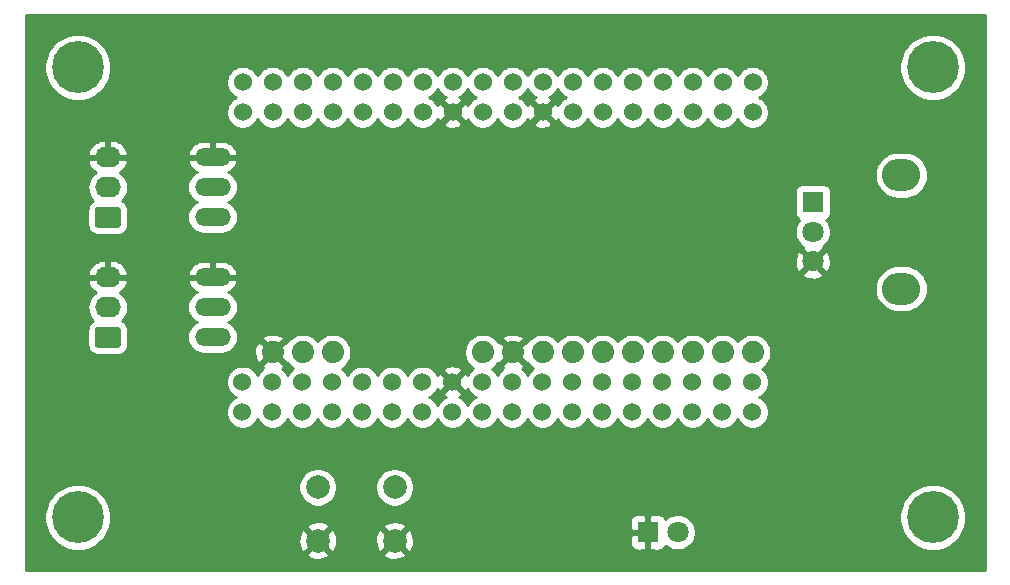
<source format=gbr>
G04 #@! TF.GenerationSoftware,KiCad,Pcbnew,(5.1.5-0-10_14)*
G04 #@! TF.CreationDate,2020-06-19T17:07:22+01:00*
G04 #@! TF.ProjectId,AIL_Workshop,41494c5f-576f-4726-9b73-686f702e6b69,rev?*
G04 #@! TF.SameCoordinates,Original*
G04 #@! TF.FileFunction,Copper,L2,Bot*
G04 #@! TF.FilePolarity,Positive*
%FSLAX46Y46*%
G04 Gerber Fmt 4.6, Leading zero omitted, Abs format (unit mm)*
G04 Created by KiCad (PCBNEW (5.1.5-0-10_14)) date 2020-06-19 17:07:22*
%MOMM*%
%LPD*%
G04 APERTURE LIST*
%ADD10C,4.400000*%
%ADD11C,0.700000*%
%ADD12R,1.800000X1.800000*%
%ADD13C,1.800000*%
%ADD14O,2.190000X1.740000*%
%ADD15C,0.100000*%
%ADD16O,3.240000X2.720000*%
%ADD17C,2.000000*%
%ADD18O,3.016000X1.508000*%
%ADD19C,1.879600*%
%ADD20C,1.524000*%
%ADD21C,0.254000*%
G04 APERTURE END LIST*
D10*
X97790000Y-63500000D03*
D11*
X99440000Y-63500000D03*
X98956726Y-64666726D03*
X97790000Y-65150000D03*
X96623274Y-64666726D03*
X96140000Y-63500000D03*
X96623274Y-62333274D03*
X97790000Y-61850000D03*
X98956726Y-62333274D03*
X98956726Y-100433274D03*
X97790000Y-99950000D03*
X96623274Y-100433274D03*
X96140000Y-101600000D03*
X96623274Y-102766726D03*
X97790000Y-103250000D03*
X98956726Y-102766726D03*
X99440000Y-101600000D03*
D10*
X97790000Y-101600000D03*
X170180000Y-101600000D03*
D11*
X171830000Y-101600000D03*
X171346726Y-102766726D03*
X170180000Y-103250000D03*
X169013274Y-102766726D03*
X168530000Y-101600000D03*
X169013274Y-100433274D03*
X170180000Y-99950000D03*
X171346726Y-100433274D03*
X171346726Y-62333274D03*
X170180000Y-61850000D03*
X169013274Y-62333274D03*
X168530000Y-63500000D03*
X169013274Y-64666726D03*
X170180000Y-65150000D03*
X171346726Y-64666726D03*
X171830000Y-63500000D03*
D10*
X170180000Y-63500000D03*
D12*
X146050000Y-102870000D03*
D13*
X148590000Y-102870000D03*
D14*
X100330000Y-71120000D03*
X100330000Y-73660000D03*
G04 #@! TA.AperFunction,ComponentPad*
D15*
G36*
X101199505Y-75331204D02*
G01*
X101223773Y-75334804D01*
X101247572Y-75340765D01*
X101270671Y-75349030D01*
X101292850Y-75359520D01*
X101313893Y-75372132D01*
X101333599Y-75386747D01*
X101351777Y-75403223D01*
X101368253Y-75421401D01*
X101382868Y-75441107D01*
X101395480Y-75462150D01*
X101405970Y-75484329D01*
X101414235Y-75507428D01*
X101420196Y-75531227D01*
X101423796Y-75555495D01*
X101425000Y-75579999D01*
X101425000Y-76820001D01*
X101423796Y-76844505D01*
X101420196Y-76868773D01*
X101414235Y-76892572D01*
X101405970Y-76915671D01*
X101395480Y-76937850D01*
X101382868Y-76958893D01*
X101368253Y-76978599D01*
X101351777Y-76996777D01*
X101333599Y-77013253D01*
X101313893Y-77027868D01*
X101292850Y-77040480D01*
X101270671Y-77050970D01*
X101247572Y-77059235D01*
X101223773Y-77065196D01*
X101199505Y-77068796D01*
X101175001Y-77070000D01*
X99484999Y-77070000D01*
X99460495Y-77068796D01*
X99436227Y-77065196D01*
X99412428Y-77059235D01*
X99389329Y-77050970D01*
X99367150Y-77040480D01*
X99346107Y-77027868D01*
X99326401Y-77013253D01*
X99308223Y-76996777D01*
X99291747Y-76978599D01*
X99277132Y-76958893D01*
X99264520Y-76937850D01*
X99254030Y-76915671D01*
X99245765Y-76892572D01*
X99239804Y-76868773D01*
X99236204Y-76844505D01*
X99235000Y-76820001D01*
X99235000Y-75579999D01*
X99236204Y-75555495D01*
X99239804Y-75531227D01*
X99245765Y-75507428D01*
X99254030Y-75484329D01*
X99264520Y-75462150D01*
X99277132Y-75441107D01*
X99291747Y-75421401D01*
X99308223Y-75403223D01*
X99326401Y-75386747D01*
X99346107Y-75372132D01*
X99367150Y-75359520D01*
X99389329Y-75349030D01*
X99412428Y-75340765D01*
X99436227Y-75334804D01*
X99460495Y-75331204D01*
X99484999Y-75330000D01*
X101175001Y-75330000D01*
X101199505Y-75331204D01*
G37*
G04 #@! TD.AperFunction*
G04 #@! TA.AperFunction,ComponentPad*
G36*
X101199505Y-85491204D02*
G01*
X101223773Y-85494804D01*
X101247572Y-85500765D01*
X101270671Y-85509030D01*
X101292850Y-85519520D01*
X101313893Y-85532132D01*
X101333599Y-85546747D01*
X101351777Y-85563223D01*
X101368253Y-85581401D01*
X101382868Y-85601107D01*
X101395480Y-85622150D01*
X101405970Y-85644329D01*
X101414235Y-85667428D01*
X101420196Y-85691227D01*
X101423796Y-85715495D01*
X101425000Y-85739999D01*
X101425000Y-86980001D01*
X101423796Y-87004505D01*
X101420196Y-87028773D01*
X101414235Y-87052572D01*
X101405970Y-87075671D01*
X101395480Y-87097850D01*
X101382868Y-87118893D01*
X101368253Y-87138599D01*
X101351777Y-87156777D01*
X101333599Y-87173253D01*
X101313893Y-87187868D01*
X101292850Y-87200480D01*
X101270671Y-87210970D01*
X101247572Y-87219235D01*
X101223773Y-87225196D01*
X101199505Y-87228796D01*
X101175001Y-87230000D01*
X99484999Y-87230000D01*
X99460495Y-87228796D01*
X99436227Y-87225196D01*
X99412428Y-87219235D01*
X99389329Y-87210970D01*
X99367150Y-87200480D01*
X99346107Y-87187868D01*
X99326401Y-87173253D01*
X99308223Y-87156777D01*
X99291747Y-87138599D01*
X99277132Y-87118893D01*
X99264520Y-87097850D01*
X99254030Y-87075671D01*
X99245765Y-87052572D01*
X99239804Y-87028773D01*
X99236204Y-87004505D01*
X99235000Y-86980001D01*
X99235000Y-85739999D01*
X99236204Y-85715495D01*
X99239804Y-85691227D01*
X99245765Y-85667428D01*
X99254030Y-85644329D01*
X99264520Y-85622150D01*
X99277132Y-85601107D01*
X99291747Y-85581401D01*
X99308223Y-85563223D01*
X99326401Y-85546747D01*
X99346107Y-85532132D01*
X99367150Y-85519520D01*
X99389329Y-85509030D01*
X99412428Y-85500765D01*
X99436227Y-85494804D01*
X99460495Y-85491204D01*
X99484999Y-85490000D01*
X101175001Y-85490000D01*
X101199505Y-85491204D01*
G37*
G04 #@! TD.AperFunction*
D14*
X100330000Y-83820000D03*
X100330000Y-81280000D03*
D12*
X160020000Y-74930000D03*
D13*
X160020000Y-77430000D03*
X160020000Y-79930000D03*
D16*
X167520000Y-82230000D03*
X167520000Y-72630000D03*
D17*
X118110000Y-103560000D03*
X118110000Y-99060000D03*
X124610000Y-103560000D03*
X124610000Y-99060000D03*
D18*
X109202077Y-81262076D03*
X109202077Y-83802076D03*
X109202077Y-86342076D03*
X109202077Y-71102076D03*
X109202077Y-73642076D03*
X109202077Y-76182076D03*
D19*
X114300000Y-87630000D03*
X116840000Y-87630000D03*
X119380000Y-87630000D03*
D20*
X137141403Y-67291403D03*
X137141403Y-64751403D03*
X144761403Y-67291403D03*
X144761403Y-64751403D03*
X149841403Y-64751403D03*
X152381403Y-67291403D03*
X147301403Y-67291403D03*
X147301403Y-64751403D03*
X149841403Y-67291403D03*
X152381403Y-64751403D03*
X154921403Y-67291403D03*
X154921403Y-64751403D03*
X132061403Y-64751403D03*
X134601403Y-67291403D03*
X134601403Y-64751403D03*
X129521403Y-67291403D03*
X129521403Y-64751403D03*
X132061403Y-67291403D03*
X111741403Y-67291403D03*
X111741403Y-64751403D03*
X114281403Y-67291403D03*
X124441403Y-67291403D03*
X124441403Y-64751403D03*
X126981403Y-67291403D03*
X126981403Y-64751403D03*
X119361403Y-64751403D03*
X121901403Y-67291403D03*
X121901403Y-64751403D03*
X139681403Y-67291403D03*
X139681403Y-64751403D03*
X142221403Y-67291403D03*
X142221403Y-64751403D03*
X114281403Y-64751403D03*
X116821403Y-67291403D03*
X116821403Y-64751403D03*
X119361403Y-67291403D03*
D19*
X132080000Y-87630000D03*
X134620000Y-87630000D03*
X137160000Y-87630000D03*
X139700000Y-87630000D03*
X142240000Y-87630000D03*
X144780000Y-87630000D03*
X147320000Y-87630000D03*
X149860000Y-87630000D03*
X152400000Y-87630000D03*
X154940000Y-87630000D03*
D20*
X111730822Y-92680823D03*
X111730822Y-90140823D03*
X114270822Y-92680823D03*
X114270822Y-90140823D03*
X116810822Y-92680823D03*
X116810822Y-90140823D03*
X119350822Y-92680823D03*
X119350822Y-90140823D03*
X121890822Y-92680823D03*
X121890822Y-90140823D03*
X124430822Y-92680823D03*
X124430822Y-90140823D03*
X126970822Y-92680823D03*
X126970822Y-90140823D03*
X129510822Y-92680823D03*
X129510822Y-90140823D03*
X132050822Y-92680823D03*
X132050822Y-90140823D03*
X134590822Y-92680823D03*
X134590822Y-90140823D03*
X137130822Y-92680823D03*
X137130822Y-90140823D03*
X139670822Y-92680823D03*
X139670822Y-90140823D03*
X142210822Y-92680823D03*
X142210822Y-90140823D03*
X144750822Y-92680823D03*
X144750822Y-90140823D03*
X147290822Y-92680823D03*
X147290822Y-90140823D03*
X149830822Y-92680823D03*
X149830822Y-90140823D03*
X152370822Y-92680823D03*
X152370822Y-90140823D03*
X154910822Y-92680823D03*
X154910822Y-90140823D03*
D21*
G36*
X174600001Y-106020000D02*
G01*
X93370000Y-106020000D01*
X93370000Y-104695413D01*
X117154192Y-104695413D01*
X117249956Y-104959814D01*
X117539571Y-105100704D01*
X117851108Y-105182384D01*
X118172595Y-105201718D01*
X118491675Y-105157961D01*
X118796088Y-105052795D01*
X118970044Y-104959814D01*
X119065808Y-104695413D01*
X123654192Y-104695413D01*
X123749956Y-104959814D01*
X124039571Y-105100704D01*
X124351108Y-105182384D01*
X124672595Y-105201718D01*
X124991675Y-105157961D01*
X125296088Y-105052795D01*
X125470044Y-104959814D01*
X125565808Y-104695413D01*
X124610000Y-103739605D01*
X123654192Y-104695413D01*
X119065808Y-104695413D01*
X118110000Y-103739605D01*
X117154192Y-104695413D01*
X93370000Y-104695413D01*
X93370000Y-101320777D01*
X94955000Y-101320777D01*
X94955000Y-101879223D01*
X95063948Y-102426939D01*
X95277656Y-102942876D01*
X95587912Y-103407207D01*
X95982793Y-103802088D01*
X96447124Y-104112344D01*
X96963061Y-104326052D01*
X97510777Y-104435000D01*
X98069223Y-104435000D01*
X98616939Y-104326052D01*
X99132876Y-104112344D01*
X99597207Y-103802088D01*
X99776700Y-103622595D01*
X116468282Y-103622595D01*
X116512039Y-103941675D01*
X116617205Y-104246088D01*
X116710186Y-104420044D01*
X116974587Y-104515808D01*
X117930395Y-103560000D01*
X118289605Y-103560000D01*
X119245413Y-104515808D01*
X119509814Y-104420044D01*
X119650704Y-104130429D01*
X119732384Y-103818892D01*
X119744189Y-103622595D01*
X122968282Y-103622595D01*
X123012039Y-103941675D01*
X123117205Y-104246088D01*
X123210186Y-104420044D01*
X123474587Y-104515808D01*
X124430395Y-103560000D01*
X124789605Y-103560000D01*
X125745413Y-104515808D01*
X126009814Y-104420044D01*
X126150704Y-104130429D01*
X126232384Y-103818892D01*
X126235324Y-103770000D01*
X144511928Y-103770000D01*
X144524188Y-103894482D01*
X144560498Y-104014180D01*
X144619463Y-104124494D01*
X144698815Y-104221185D01*
X144795506Y-104300537D01*
X144905820Y-104359502D01*
X145025518Y-104395812D01*
X145150000Y-104408072D01*
X145764250Y-104405000D01*
X145923000Y-104246250D01*
X145923000Y-102997000D01*
X144673750Y-102997000D01*
X144515000Y-103155750D01*
X144511928Y-103770000D01*
X126235324Y-103770000D01*
X126251718Y-103497405D01*
X126207961Y-103178325D01*
X126102795Y-102873912D01*
X126009814Y-102699956D01*
X125745413Y-102604192D01*
X124789605Y-103560000D01*
X124430395Y-103560000D01*
X123474587Y-102604192D01*
X123210186Y-102699956D01*
X123069296Y-102989571D01*
X122987616Y-103301108D01*
X122968282Y-103622595D01*
X119744189Y-103622595D01*
X119751718Y-103497405D01*
X119707961Y-103178325D01*
X119602795Y-102873912D01*
X119509814Y-102699956D01*
X119245413Y-102604192D01*
X118289605Y-103560000D01*
X117930395Y-103560000D01*
X116974587Y-102604192D01*
X116710186Y-102699956D01*
X116569296Y-102989571D01*
X116487616Y-103301108D01*
X116468282Y-103622595D01*
X99776700Y-103622595D01*
X99992088Y-103407207D01*
X100302344Y-102942876D01*
X100516052Y-102426939D01*
X100516519Y-102424587D01*
X117154192Y-102424587D01*
X118110000Y-103380395D01*
X119065808Y-102424587D01*
X123654192Y-102424587D01*
X124610000Y-103380395D01*
X125565808Y-102424587D01*
X125470044Y-102160186D01*
X125180429Y-102019296D01*
X124992409Y-101970000D01*
X144511928Y-101970000D01*
X144515000Y-102584250D01*
X144673750Y-102743000D01*
X145923000Y-102743000D01*
X145923000Y-101493750D01*
X146177000Y-101493750D01*
X146177000Y-102743000D01*
X146197000Y-102743000D01*
X146197000Y-102997000D01*
X146177000Y-102997000D01*
X146177000Y-104246250D01*
X146335750Y-104405000D01*
X146950000Y-104408072D01*
X147074482Y-104395812D01*
X147194180Y-104359502D01*
X147304494Y-104300537D01*
X147401185Y-104221185D01*
X147480537Y-104124494D01*
X147539502Y-104014180D01*
X147545056Y-103995873D01*
X147611495Y-104062312D01*
X147862905Y-104230299D01*
X148142257Y-104346011D01*
X148438816Y-104405000D01*
X148741184Y-104405000D01*
X149037743Y-104346011D01*
X149317095Y-104230299D01*
X149568505Y-104062312D01*
X149782312Y-103848505D01*
X149950299Y-103597095D01*
X150066011Y-103317743D01*
X150125000Y-103021184D01*
X150125000Y-102718816D01*
X150066011Y-102422257D01*
X149950299Y-102142905D01*
X149782312Y-101891495D01*
X149568505Y-101677688D01*
X149317095Y-101509701D01*
X149037743Y-101393989D01*
X148741184Y-101335000D01*
X148438816Y-101335000D01*
X148142257Y-101393989D01*
X147862905Y-101509701D01*
X147611495Y-101677688D01*
X147545056Y-101744127D01*
X147539502Y-101725820D01*
X147480537Y-101615506D01*
X147401185Y-101518815D01*
X147304494Y-101439463D01*
X147194180Y-101380498D01*
X147074482Y-101344188D01*
X146950000Y-101331928D01*
X146335750Y-101335000D01*
X146177000Y-101493750D01*
X145923000Y-101493750D01*
X145764250Y-101335000D01*
X145150000Y-101331928D01*
X145025518Y-101344188D01*
X144905820Y-101380498D01*
X144795506Y-101439463D01*
X144698815Y-101518815D01*
X144619463Y-101615506D01*
X144560498Y-101725820D01*
X144524188Y-101845518D01*
X144511928Y-101970000D01*
X124992409Y-101970000D01*
X124868892Y-101937616D01*
X124547405Y-101918282D01*
X124228325Y-101962039D01*
X123923912Y-102067205D01*
X123749956Y-102160186D01*
X123654192Y-102424587D01*
X119065808Y-102424587D01*
X118970044Y-102160186D01*
X118680429Y-102019296D01*
X118368892Y-101937616D01*
X118047405Y-101918282D01*
X117728325Y-101962039D01*
X117423912Y-102067205D01*
X117249956Y-102160186D01*
X117154192Y-102424587D01*
X100516519Y-102424587D01*
X100625000Y-101879223D01*
X100625000Y-101320777D01*
X167345000Y-101320777D01*
X167345000Y-101879223D01*
X167453948Y-102426939D01*
X167667656Y-102942876D01*
X167977912Y-103407207D01*
X168372793Y-103802088D01*
X168837124Y-104112344D01*
X169353061Y-104326052D01*
X169900777Y-104435000D01*
X170459223Y-104435000D01*
X171006939Y-104326052D01*
X171522876Y-104112344D01*
X171987207Y-103802088D01*
X172382088Y-103407207D01*
X172692344Y-102942876D01*
X172906052Y-102426939D01*
X173015000Y-101879223D01*
X173015000Y-101320777D01*
X172906052Y-100773061D01*
X172692344Y-100257124D01*
X172382088Y-99792793D01*
X171987207Y-99397912D01*
X171522876Y-99087656D01*
X171006939Y-98873948D01*
X170459223Y-98765000D01*
X169900777Y-98765000D01*
X169353061Y-98873948D01*
X168837124Y-99087656D01*
X168372793Y-99397912D01*
X167977912Y-99792793D01*
X167667656Y-100257124D01*
X167453948Y-100773061D01*
X167345000Y-101320777D01*
X100625000Y-101320777D01*
X100516052Y-100773061D01*
X100302344Y-100257124D01*
X99992088Y-99792793D01*
X99597207Y-99397912D01*
X99132876Y-99087656D01*
X98677341Y-98898967D01*
X116475000Y-98898967D01*
X116475000Y-99221033D01*
X116537832Y-99536912D01*
X116661082Y-99834463D01*
X116840013Y-100102252D01*
X117067748Y-100329987D01*
X117335537Y-100508918D01*
X117633088Y-100632168D01*
X117948967Y-100695000D01*
X118271033Y-100695000D01*
X118586912Y-100632168D01*
X118884463Y-100508918D01*
X119152252Y-100329987D01*
X119379987Y-100102252D01*
X119558918Y-99834463D01*
X119682168Y-99536912D01*
X119745000Y-99221033D01*
X119745000Y-98898967D01*
X122975000Y-98898967D01*
X122975000Y-99221033D01*
X123037832Y-99536912D01*
X123161082Y-99834463D01*
X123340013Y-100102252D01*
X123567748Y-100329987D01*
X123835537Y-100508918D01*
X124133088Y-100632168D01*
X124448967Y-100695000D01*
X124771033Y-100695000D01*
X125086912Y-100632168D01*
X125384463Y-100508918D01*
X125652252Y-100329987D01*
X125879987Y-100102252D01*
X126058918Y-99834463D01*
X126182168Y-99536912D01*
X126245000Y-99221033D01*
X126245000Y-98898967D01*
X126182168Y-98583088D01*
X126058918Y-98285537D01*
X125879987Y-98017748D01*
X125652252Y-97790013D01*
X125384463Y-97611082D01*
X125086912Y-97487832D01*
X124771033Y-97425000D01*
X124448967Y-97425000D01*
X124133088Y-97487832D01*
X123835537Y-97611082D01*
X123567748Y-97790013D01*
X123340013Y-98017748D01*
X123161082Y-98285537D01*
X123037832Y-98583088D01*
X122975000Y-98898967D01*
X119745000Y-98898967D01*
X119682168Y-98583088D01*
X119558918Y-98285537D01*
X119379987Y-98017748D01*
X119152252Y-97790013D01*
X118884463Y-97611082D01*
X118586912Y-97487832D01*
X118271033Y-97425000D01*
X117948967Y-97425000D01*
X117633088Y-97487832D01*
X117335537Y-97611082D01*
X117067748Y-97790013D01*
X116840013Y-98017748D01*
X116661082Y-98285537D01*
X116537832Y-98583088D01*
X116475000Y-98898967D01*
X98677341Y-98898967D01*
X98616939Y-98873948D01*
X98069223Y-98765000D01*
X97510777Y-98765000D01*
X96963061Y-98873948D01*
X96447124Y-99087656D01*
X95982793Y-99397912D01*
X95587912Y-99792793D01*
X95277656Y-100257124D01*
X95063948Y-100773061D01*
X94955000Y-101320777D01*
X93370000Y-101320777D01*
X93370000Y-90003231D01*
X110333822Y-90003231D01*
X110333822Y-90278415D01*
X110387508Y-90548313D01*
X110492817Y-90802550D01*
X110645702Y-91031358D01*
X110840287Y-91225943D01*
X111069095Y-91378828D01*
X111146337Y-91410823D01*
X111069095Y-91442818D01*
X110840287Y-91595703D01*
X110645702Y-91790288D01*
X110492817Y-92019096D01*
X110387508Y-92273333D01*
X110333822Y-92543231D01*
X110333822Y-92818415D01*
X110387508Y-93088313D01*
X110492817Y-93342550D01*
X110645702Y-93571358D01*
X110840287Y-93765943D01*
X111069095Y-93918828D01*
X111323332Y-94024137D01*
X111593230Y-94077823D01*
X111868414Y-94077823D01*
X112138312Y-94024137D01*
X112392549Y-93918828D01*
X112621357Y-93765943D01*
X112815942Y-93571358D01*
X112968827Y-93342550D01*
X113000822Y-93265308D01*
X113032817Y-93342550D01*
X113185702Y-93571358D01*
X113380287Y-93765943D01*
X113609095Y-93918828D01*
X113863332Y-94024137D01*
X114133230Y-94077823D01*
X114408414Y-94077823D01*
X114678312Y-94024137D01*
X114932549Y-93918828D01*
X115161357Y-93765943D01*
X115355942Y-93571358D01*
X115508827Y-93342550D01*
X115540822Y-93265308D01*
X115572817Y-93342550D01*
X115725702Y-93571358D01*
X115920287Y-93765943D01*
X116149095Y-93918828D01*
X116403332Y-94024137D01*
X116673230Y-94077823D01*
X116948414Y-94077823D01*
X117218312Y-94024137D01*
X117472549Y-93918828D01*
X117701357Y-93765943D01*
X117895942Y-93571358D01*
X118048827Y-93342550D01*
X118080822Y-93265308D01*
X118112817Y-93342550D01*
X118265702Y-93571358D01*
X118460287Y-93765943D01*
X118689095Y-93918828D01*
X118943332Y-94024137D01*
X119213230Y-94077823D01*
X119488414Y-94077823D01*
X119758312Y-94024137D01*
X120012549Y-93918828D01*
X120241357Y-93765943D01*
X120435942Y-93571358D01*
X120588827Y-93342550D01*
X120620822Y-93265308D01*
X120652817Y-93342550D01*
X120805702Y-93571358D01*
X121000287Y-93765943D01*
X121229095Y-93918828D01*
X121483332Y-94024137D01*
X121753230Y-94077823D01*
X122028414Y-94077823D01*
X122298312Y-94024137D01*
X122552549Y-93918828D01*
X122781357Y-93765943D01*
X122975942Y-93571358D01*
X123128827Y-93342550D01*
X123160822Y-93265308D01*
X123192817Y-93342550D01*
X123345702Y-93571358D01*
X123540287Y-93765943D01*
X123769095Y-93918828D01*
X124023332Y-94024137D01*
X124293230Y-94077823D01*
X124568414Y-94077823D01*
X124838312Y-94024137D01*
X125092549Y-93918828D01*
X125321357Y-93765943D01*
X125515942Y-93571358D01*
X125668827Y-93342550D01*
X125700822Y-93265308D01*
X125732817Y-93342550D01*
X125885702Y-93571358D01*
X126080287Y-93765943D01*
X126309095Y-93918828D01*
X126563332Y-94024137D01*
X126833230Y-94077823D01*
X127108414Y-94077823D01*
X127378312Y-94024137D01*
X127632549Y-93918828D01*
X127861357Y-93765943D01*
X128055942Y-93571358D01*
X128208827Y-93342550D01*
X128240822Y-93265308D01*
X128272817Y-93342550D01*
X128425702Y-93571358D01*
X128620287Y-93765943D01*
X128849095Y-93918828D01*
X129103332Y-94024137D01*
X129373230Y-94077823D01*
X129648414Y-94077823D01*
X129918312Y-94024137D01*
X130172549Y-93918828D01*
X130401357Y-93765943D01*
X130595942Y-93571358D01*
X130748827Y-93342550D01*
X130780822Y-93265308D01*
X130812817Y-93342550D01*
X130965702Y-93571358D01*
X131160287Y-93765943D01*
X131389095Y-93918828D01*
X131643332Y-94024137D01*
X131913230Y-94077823D01*
X132188414Y-94077823D01*
X132458312Y-94024137D01*
X132712549Y-93918828D01*
X132941357Y-93765943D01*
X133135942Y-93571358D01*
X133288827Y-93342550D01*
X133320822Y-93265308D01*
X133352817Y-93342550D01*
X133505702Y-93571358D01*
X133700287Y-93765943D01*
X133929095Y-93918828D01*
X134183332Y-94024137D01*
X134453230Y-94077823D01*
X134728414Y-94077823D01*
X134998312Y-94024137D01*
X135252549Y-93918828D01*
X135481357Y-93765943D01*
X135675942Y-93571358D01*
X135828827Y-93342550D01*
X135860822Y-93265308D01*
X135892817Y-93342550D01*
X136045702Y-93571358D01*
X136240287Y-93765943D01*
X136469095Y-93918828D01*
X136723332Y-94024137D01*
X136993230Y-94077823D01*
X137268414Y-94077823D01*
X137538312Y-94024137D01*
X137792549Y-93918828D01*
X138021357Y-93765943D01*
X138215942Y-93571358D01*
X138368827Y-93342550D01*
X138400822Y-93265308D01*
X138432817Y-93342550D01*
X138585702Y-93571358D01*
X138780287Y-93765943D01*
X139009095Y-93918828D01*
X139263332Y-94024137D01*
X139533230Y-94077823D01*
X139808414Y-94077823D01*
X140078312Y-94024137D01*
X140332549Y-93918828D01*
X140561357Y-93765943D01*
X140755942Y-93571358D01*
X140908827Y-93342550D01*
X140940822Y-93265308D01*
X140972817Y-93342550D01*
X141125702Y-93571358D01*
X141320287Y-93765943D01*
X141549095Y-93918828D01*
X141803332Y-94024137D01*
X142073230Y-94077823D01*
X142348414Y-94077823D01*
X142618312Y-94024137D01*
X142872549Y-93918828D01*
X143101357Y-93765943D01*
X143295942Y-93571358D01*
X143448827Y-93342550D01*
X143480822Y-93265308D01*
X143512817Y-93342550D01*
X143665702Y-93571358D01*
X143860287Y-93765943D01*
X144089095Y-93918828D01*
X144343332Y-94024137D01*
X144613230Y-94077823D01*
X144888414Y-94077823D01*
X145158312Y-94024137D01*
X145412549Y-93918828D01*
X145641357Y-93765943D01*
X145835942Y-93571358D01*
X145988827Y-93342550D01*
X146020822Y-93265308D01*
X146052817Y-93342550D01*
X146205702Y-93571358D01*
X146400287Y-93765943D01*
X146629095Y-93918828D01*
X146883332Y-94024137D01*
X147153230Y-94077823D01*
X147428414Y-94077823D01*
X147698312Y-94024137D01*
X147952549Y-93918828D01*
X148181357Y-93765943D01*
X148375942Y-93571358D01*
X148528827Y-93342550D01*
X148560822Y-93265308D01*
X148592817Y-93342550D01*
X148745702Y-93571358D01*
X148940287Y-93765943D01*
X149169095Y-93918828D01*
X149423332Y-94024137D01*
X149693230Y-94077823D01*
X149968414Y-94077823D01*
X150238312Y-94024137D01*
X150492549Y-93918828D01*
X150721357Y-93765943D01*
X150915942Y-93571358D01*
X151068827Y-93342550D01*
X151100822Y-93265308D01*
X151132817Y-93342550D01*
X151285702Y-93571358D01*
X151480287Y-93765943D01*
X151709095Y-93918828D01*
X151963332Y-94024137D01*
X152233230Y-94077823D01*
X152508414Y-94077823D01*
X152778312Y-94024137D01*
X153032549Y-93918828D01*
X153261357Y-93765943D01*
X153455942Y-93571358D01*
X153608827Y-93342550D01*
X153640822Y-93265308D01*
X153672817Y-93342550D01*
X153825702Y-93571358D01*
X154020287Y-93765943D01*
X154249095Y-93918828D01*
X154503332Y-94024137D01*
X154773230Y-94077823D01*
X155048414Y-94077823D01*
X155318312Y-94024137D01*
X155572549Y-93918828D01*
X155801357Y-93765943D01*
X155995942Y-93571358D01*
X156148827Y-93342550D01*
X156254136Y-93088313D01*
X156307822Y-92818415D01*
X156307822Y-92543231D01*
X156254136Y-92273333D01*
X156148827Y-92019096D01*
X155995942Y-91790288D01*
X155801357Y-91595703D01*
X155572549Y-91442818D01*
X155495307Y-91410823D01*
X155572549Y-91378828D01*
X155801357Y-91225943D01*
X155995942Y-91031358D01*
X156148827Y-90802550D01*
X156254136Y-90548313D01*
X156307822Y-90278415D01*
X156307822Y-90003231D01*
X156254136Y-89733333D01*
X156148827Y-89479096D01*
X155995942Y-89250288D01*
X155801357Y-89055703D01*
X155721104Y-89002079D01*
X155943877Y-88853227D01*
X156163227Y-88633877D01*
X156335570Y-88375948D01*
X156454282Y-88089352D01*
X156514800Y-87785104D01*
X156514800Y-87474896D01*
X156454282Y-87170648D01*
X156335570Y-86884052D01*
X156163227Y-86626123D01*
X155943877Y-86406773D01*
X155685948Y-86234430D01*
X155399352Y-86115718D01*
X155095104Y-86055200D01*
X154784896Y-86055200D01*
X154480648Y-86115718D01*
X154194052Y-86234430D01*
X153936123Y-86406773D01*
X153716773Y-86626123D01*
X153670000Y-86696124D01*
X153623227Y-86626123D01*
X153403877Y-86406773D01*
X153145948Y-86234430D01*
X152859352Y-86115718D01*
X152555104Y-86055200D01*
X152244896Y-86055200D01*
X151940648Y-86115718D01*
X151654052Y-86234430D01*
X151396123Y-86406773D01*
X151176773Y-86626123D01*
X151130000Y-86696124D01*
X151083227Y-86626123D01*
X150863877Y-86406773D01*
X150605948Y-86234430D01*
X150319352Y-86115718D01*
X150015104Y-86055200D01*
X149704896Y-86055200D01*
X149400648Y-86115718D01*
X149114052Y-86234430D01*
X148856123Y-86406773D01*
X148636773Y-86626123D01*
X148590000Y-86696124D01*
X148543227Y-86626123D01*
X148323877Y-86406773D01*
X148065948Y-86234430D01*
X147779352Y-86115718D01*
X147475104Y-86055200D01*
X147164896Y-86055200D01*
X146860648Y-86115718D01*
X146574052Y-86234430D01*
X146316123Y-86406773D01*
X146096773Y-86626123D01*
X146050000Y-86696124D01*
X146003227Y-86626123D01*
X145783877Y-86406773D01*
X145525948Y-86234430D01*
X145239352Y-86115718D01*
X144935104Y-86055200D01*
X144624896Y-86055200D01*
X144320648Y-86115718D01*
X144034052Y-86234430D01*
X143776123Y-86406773D01*
X143556773Y-86626123D01*
X143510000Y-86696124D01*
X143463227Y-86626123D01*
X143243877Y-86406773D01*
X142985948Y-86234430D01*
X142699352Y-86115718D01*
X142395104Y-86055200D01*
X142084896Y-86055200D01*
X141780648Y-86115718D01*
X141494052Y-86234430D01*
X141236123Y-86406773D01*
X141016773Y-86626123D01*
X140970000Y-86696124D01*
X140923227Y-86626123D01*
X140703877Y-86406773D01*
X140445948Y-86234430D01*
X140159352Y-86115718D01*
X139855104Y-86055200D01*
X139544896Y-86055200D01*
X139240648Y-86115718D01*
X138954052Y-86234430D01*
X138696123Y-86406773D01*
X138476773Y-86626123D01*
X138430000Y-86696124D01*
X138383227Y-86626123D01*
X138163877Y-86406773D01*
X137905948Y-86234430D01*
X137619352Y-86115718D01*
X137315104Y-86055200D01*
X137004896Y-86055200D01*
X136700648Y-86115718D01*
X136414052Y-86234430D01*
X136156123Y-86406773D01*
X135936773Y-86626123D01*
X135845505Y-86762714D01*
X135712476Y-86717129D01*
X134799605Y-87630000D01*
X135712476Y-88542871D01*
X135845505Y-88497286D01*
X135936773Y-88633877D01*
X136156123Y-88853227D01*
X136349718Y-88982583D01*
X136240287Y-89055703D01*
X136045702Y-89250288D01*
X135892817Y-89479096D01*
X135860822Y-89556338D01*
X135828827Y-89479096D01*
X135675942Y-89250288D01*
X135481357Y-89055703D01*
X135402578Y-89003065D01*
X135444377Y-88980723D01*
X135532871Y-88722476D01*
X134620000Y-87809605D01*
X133707129Y-88722476D01*
X133795623Y-88980723D01*
X133805422Y-88985454D01*
X133700287Y-89055703D01*
X133505702Y-89250288D01*
X133352817Y-89479096D01*
X133320822Y-89556338D01*
X133288827Y-89479096D01*
X133135942Y-89250288D01*
X132941357Y-89055703D01*
X132861104Y-89002079D01*
X133083877Y-88853227D01*
X133303227Y-88633877D01*
X133394495Y-88497286D01*
X133527524Y-88542871D01*
X134440395Y-87630000D01*
X133527524Y-86717129D01*
X133394495Y-86762714D01*
X133303227Y-86626123D01*
X133214628Y-86537524D01*
X133707129Y-86537524D01*
X134620000Y-87450395D01*
X135532871Y-86537524D01*
X135444377Y-86279277D01*
X135165024Y-86144403D01*
X134864725Y-86066619D01*
X134555023Y-86048916D01*
X134247816Y-86091973D01*
X133954914Y-86194135D01*
X133795623Y-86279277D01*
X133707129Y-86537524D01*
X133214628Y-86537524D01*
X133083877Y-86406773D01*
X132825948Y-86234430D01*
X132539352Y-86115718D01*
X132235104Y-86055200D01*
X131924896Y-86055200D01*
X131620648Y-86115718D01*
X131334052Y-86234430D01*
X131076123Y-86406773D01*
X130856773Y-86626123D01*
X130684430Y-86884052D01*
X130565718Y-87170648D01*
X130505200Y-87474896D01*
X130505200Y-87785104D01*
X130565718Y-88089352D01*
X130684430Y-88375948D01*
X130856773Y-88633877D01*
X131076123Y-88853227D01*
X131269718Y-88982583D01*
X131160287Y-89055703D01*
X130965702Y-89250288D01*
X130812817Y-89479096D01*
X130783130Y-89550766D01*
X130778458Y-89537800D01*
X130716478Y-89421843D01*
X130476387Y-89354863D01*
X129690427Y-90140823D01*
X130476387Y-90926783D01*
X130716478Y-90859803D01*
X130780307Y-90724063D01*
X130812817Y-90802550D01*
X130965702Y-91031358D01*
X131160287Y-91225943D01*
X131389095Y-91378828D01*
X131466337Y-91410823D01*
X131389095Y-91442818D01*
X131160287Y-91595703D01*
X130965702Y-91790288D01*
X130812817Y-92019096D01*
X130780822Y-92096338D01*
X130748827Y-92019096D01*
X130595942Y-91790288D01*
X130401357Y-91595703D01*
X130172549Y-91442818D01*
X130100879Y-91413131D01*
X130113845Y-91408459D01*
X130229802Y-91346479D01*
X130296782Y-91106388D01*
X129510822Y-90320428D01*
X128724862Y-91106388D01*
X128791842Y-91346479D01*
X128927582Y-91410308D01*
X128849095Y-91442818D01*
X128620287Y-91595703D01*
X128425702Y-91790288D01*
X128272817Y-92019096D01*
X128240822Y-92096338D01*
X128208827Y-92019096D01*
X128055942Y-91790288D01*
X127861357Y-91595703D01*
X127632549Y-91442818D01*
X127555307Y-91410823D01*
X127632549Y-91378828D01*
X127861357Y-91225943D01*
X128055942Y-91031358D01*
X128208827Y-90802550D01*
X128238514Y-90730880D01*
X128243186Y-90743846D01*
X128305166Y-90859803D01*
X128545257Y-90926783D01*
X129331217Y-90140823D01*
X128545257Y-89354863D01*
X128305166Y-89421843D01*
X128241337Y-89557583D01*
X128208827Y-89479096D01*
X128055942Y-89250288D01*
X127980912Y-89175258D01*
X128724862Y-89175258D01*
X129510822Y-89961218D01*
X130296782Y-89175258D01*
X130229802Y-88935167D01*
X129980774Y-88818067D01*
X129713687Y-88751800D01*
X129438805Y-88738913D01*
X129166689Y-88779901D01*
X128907799Y-88873187D01*
X128791842Y-88935167D01*
X128724862Y-89175258D01*
X127980912Y-89175258D01*
X127861357Y-89055703D01*
X127632549Y-88902818D01*
X127378312Y-88797509D01*
X127108414Y-88743823D01*
X126833230Y-88743823D01*
X126563332Y-88797509D01*
X126309095Y-88902818D01*
X126080287Y-89055703D01*
X125885702Y-89250288D01*
X125732817Y-89479096D01*
X125700822Y-89556338D01*
X125668827Y-89479096D01*
X125515942Y-89250288D01*
X125321357Y-89055703D01*
X125092549Y-88902818D01*
X124838312Y-88797509D01*
X124568414Y-88743823D01*
X124293230Y-88743823D01*
X124023332Y-88797509D01*
X123769095Y-88902818D01*
X123540287Y-89055703D01*
X123345702Y-89250288D01*
X123192817Y-89479096D01*
X123160822Y-89556338D01*
X123128827Y-89479096D01*
X122975942Y-89250288D01*
X122781357Y-89055703D01*
X122552549Y-88902818D01*
X122298312Y-88797509D01*
X122028414Y-88743823D01*
X121753230Y-88743823D01*
X121483332Y-88797509D01*
X121229095Y-88902818D01*
X121000287Y-89055703D01*
X120805702Y-89250288D01*
X120652817Y-89479096D01*
X120620822Y-89556338D01*
X120588827Y-89479096D01*
X120435942Y-89250288D01*
X120241357Y-89055703D01*
X120161104Y-89002079D01*
X120383877Y-88853227D01*
X120603227Y-88633877D01*
X120775570Y-88375948D01*
X120894282Y-88089352D01*
X120954800Y-87785104D01*
X120954800Y-87474896D01*
X120894282Y-87170648D01*
X120775570Y-86884052D01*
X120603227Y-86626123D01*
X120383877Y-86406773D01*
X120125948Y-86234430D01*
X119839352Y-86115718D01*
X119535104Y-86055200D01*
X119224896Y-86055200D01*
X118920648Y-86115718D01*
X118634052Y-86234430D01*
X118376123Y-86406773D01*
X118156773Y-86626123D01*
X118110000Y-86696124D01*
X118063227Y-86626123D01*
X117843877Y-86406773D01*
X117585948Y-86234430D01*
X117299352Y-86115718D01*
X116995104Y-86055200D01*
X116684896Y-86055200D01*
X116380648Y-86115718D01*
X116094052Y-86234430D01*
X115836123Y-86406773D01*
X115616773Y-86626123D01*
X115525505Y-86762714D01*
X115392476Y-86717129D01*
X114479605Y-87630000D01*
X115392476Y-88542871D01*
X115525505Y-88497286D01*
X115616773Y-88633877D01*
X115836123Y-88853227D01*
X116029718Y-88982583D01*
X115920287Y-89055703D01*
X115725702Y-89250288D01*
X115572817Y-89479096D01*
X115540822Y-89556338D01*
X115508827Y-89479096D01*
X115355942Y-89250288D01*
X115161357Y-89055703D01*
X115082578Y-89003065D01*
X115124377Y-88980723D01*
X115212871Y-88722476D01*
X114300000Y-87809605D01*
X113387129Y-88722476D01*
X113475623Y-88980723D01*
X113485422Y-88985454D01*
X113380287Y-89055703D01*
X113185702Y-89250288D01*
X113032817Y-89479096D01*
X113000822Y-89556338D01*
X112968827Y-89479096D01*
X112815942Y-89250288D01*
X112621357Y-89055703D01*
X112392549Y-88902818D01*
X112138312Y-88797509D01*
X111868414Y-88743823D01*
X111593230Y-88743823D01*
X111323332Y-88797509D01*
X111069095Y-88902818D01*
X110840287Y-89055703D01*
X110645702Y-89250288D01*
X110492817Y-89479096D01*
X110387508Y-89733333D01*
X110333822Y-90003231D01*
X93370000Y-90003231D01*
X93370000Y-83820000D01*
X98592718Y-83820000D01*
X98621776Y-84115032D01*
X98707834Y-84398725D01*
X98847583Y-84660179D01*
X99035655Y-84889345D01*
X99101114Y-84943066D01*
X98991613Y-85001595D01*
X98857038Y-85112038D01*
X98746595Y-85246613D01*
X98664528Y-85400149D01*
X98613992Y-85566745D01*
X98596928Y-85739999D01*
X98596928Y-86980001D01*
X98613992Y-87153255D01*
X98664528Y-87319851D01*
X98746595Y-87473387D01*
X98857038Y-87607962D01*
X98991613Y-87718405D01*
X99145149Y-87800472D01*
X99311745Y-87851008D01*
X99484999Y-87868072D01*
X101175001Y-87868072D01*
X101348255Y-87851008D01*
X101514851Y-87800472D01*
X101668387Y-87718405D01*
X101802962Y-87607962D01*
X101913405Y-87473387D01*
X101995472Y-87319851D01*
X102046008Y-87153255D01*
X102063072Y-86980001D01*
X102063072Y-85739999D01*
X102046008Y-85566745D01*
X101995472Y-85400149D01*
X101913405Y-85246613D01*
X101802962Y-85112038D01*
X101668387Y-85001595D01*
X101558886Y-84943066D01*
X101624345Y-84889345D01*
X101812417Y-84660179D01*
X101952166Y-84398725D01*
X102038224Y-84115032D01*
X102067282Y-83820000D01*
X102065517Y-83802076D01*
X107052357Y-83802076D01*
X107079175Y-84074367D01*
X107158600Y-84336195D01*
X107287578Y-84577496D01*
X107461154Y-84788999D01*
X107672657Y-84962575D01*
X107877519Y-85072076D01*
X107672657Y-85181577D01*
X107461154Y-85355153D01*
X107287578Y-85566656D01*
X107158600Y-85807957D01*
X107079175Y-86069785D01*
X107052357Y-86342076D01*
X107079175Y-86614367D01*
X107158600Y-86876195D01*
X107287578Y-87117496D01*
X107461154Y-87328999D01*
X107672657Y-87502575D01*
X107913958Y-87631553D01*
X108175786Y-87710978D01*
X108379847Y-87731076D01*
X110024307Y-87731076D01*
X110228368Y-87710978D01*
X110281115Y-87694977D01*
X112718916Y-87694977D01*
X112761973Y-88002184D01*
X112864135Y-88295086D01*
X112949277Y-88454377D01*
X113207524Y-88542871D01*
X114120395Y-87630000D01*
X113207524Y-86717129D01*
X112949277Y-86805623D01*
X112814403Y-87084976D01*
X112736619Y-87385275D01*
X112718916Y-87694977D01*
X110281115Y-87694977D01*
X110490196Y-87631553D01*
X110731497Y-87502575D01*
X110943000Y-87328999D01*
X111116576Y-87117496D01*
X111245554Y-86876195D01*
X111324979Y-86614367D01*
X111332547Y-86537524D01*
X113387129Y-86537524D01*
X114300000Y-87450395D01*
X115212871Y-86537524D01*
X115124377Y-86279277D01*
X114845024Y-86144403D01*
X114544725Y-86066619D01*
X114235023Y-86048916D01*
X113927816Y-86091973D01*
X113634914Y-86194135D01*
X113475623Y-86279277D01*
X113387129Y-86537524D01*
X111332547Y-86537524D01*
X111351797Y-86342076D01*
X111324979Y-86069785D01*
X111245554Y-85807957D01*
X111116576Y-85566656D01*
X110943000Y-85355153D01*
X110731497Y-85181577D01*
X110526635Y-85072076D01*
X110731497Y-84962575D01*
X110943000Y-84788999D01*
X111116576Y-84577496D01*
X111245554Y-84336195D01*
X111324979Y-84074367D01*
X111351797Y-83802076D01*
X111324979Y-83529785D01*
X111245554Y-83267957D01*
X111116576Y-83026656D01*
X110943000Y-82815153D01*
X110731497Y-82641577D01*
X110522882Y-82530070D01*
X110604957Y-82496744D01*
X110833361Y-82346430D01*
X110951431Y-82230000D01*
X165255348Y-82230000D01*
X165293867Y-82621088D01*
X165407943Y-82997147D01*
X165593193Y-83343725D01*
X165842497Y-83647503D01*
X166146275Y-83896807D01*
X166492853Y-84082057D01*
X166868912Y-84196133D01*
X167162002Y-84225000D01*
X167877998Y-84225000D01*
X168171088Y-84196133D01*
X168547147Y-84082057D01*
X168893725Y-83896807D01*
X169197503Y-83647503D01*
X169446807Y-83343725D01*
X169632057Y-82997147D01*
X169746133Y-82621088D01*
X169784652Y-82230000D01*
X169746133Y-81838912D01*
X169632057Y-81462853D01*
X169446807Y-81116275D01*
X169197503Y-80812497D01*
X168893725Y-80563193D01*
X168547147Y-80377943D01*
X168171088Y-80263867D01*
X167877998Y-80235000D01*
X167162002Y-80235000D01*
X166868912Y-80263867D01*
X166492853Y-80377943D01*
X166146275Y-80563193D01*
X165842497Y-80812497D01*
X165593193Y-81116275D01*
X165407943Y-81462853D01*
X165293867Y-81838912D01*
X165255348Y-82230000D01*
X110951431Y-82230000D01*
X111028051Y-82154445D01*
X111181546Y-81928167D01*
X111287947Y-81676291D01*
X111302363Y-81603890D01*
X111179754Y-81389076D01*
X109329077Y-81389076D01*
X109329077Y-81409076D01*
X109075077Y-81409076D01*
X109075077Y-81389076D01*
X107224400Y-81389076D01*
X107101791Y-81603890D01*
X107116207Y-81676291D01*
X107222608Y-81928167D01*
X107376103Y-82154445D01*
X107570793Y-82346430D01*
X107799197Y-82496744D01*
X107881272Y-82530070D01*
X107672657Y-82641577D01*
X107461154Y-82815153D01*
X107287578Y-83026656D01*
X107158600Y-83267957D01*
X107079175Y-83529785D01*
X107052357Y-83802076D01*
X102065517Y-83802076D01*
X102038224Y-83524968D01*
X101952166Y-83241275D01*
X101812417Y-82979821D01*
X101624345Y-82750655D01*
X101395179Y-82562583D01*
X101366848Y-82547440D01*
X101507433Y-82454708D01*
X101718306Y-82246326D01*
X101884474Y-82000809D01*
X101999551Y-81727591D01*
X102016302Y-81640031D01*
X101895246Y-81407000D01*
X100457000Y-81407000D01*
X100457000Y-81427000D01*
X100203000Y-81427000D01*
X100203000Y-81407000D01*
X98764754Y-81407000D01*
X98643698Y-81640031D01*
X98660449Y-81727591D01*
X98775526Y-82000809D01*
X98941694Y-82246326D01*
X99152567Y-82454708D01*
X99293152Y-82547440D01*
X99264821Y-82562583D01*
X99035655Y-82750655D01*
X98847583Y-82979821D01*
X98707834Y-83241275D01*
X98621776Y-83524968D01*
X98592718Y-83820000D01*
X93370000Y-83820000D01*
X93370000Y-80919969D01*
X98643698Y-80919969D01*
X98764754Y-81153000D01*
X100203000Y-81153000D01*
X100203000Y-79929624D01*
X100457000Y-79929624D01*
X100457000Y-81153000D01*
X101895246Y-81153000D01*
X102016149Y-80920262D01*
X107101791Y-80920262D01*
X107224400Y-81135076D01*
X109075077Y-81135076D01*
X109075077Y-79873076D01*
X109329077Y-79873076D01*
X109329077Y-81135076D01*
X111179754Y-81135076D01*
X111260230Y-80994080D01*
X159135525Y-80994080D01*
X159219208Y-81248261D01*
X159491775Y-81379158D01*
X159784642Y-81454365D01*
X160086553Y-81470991D01*
X160385907Y-81428397D01*
X160671199Y-81328222D01*
X160820792Y-81248261D01*
X160904475Y-80994080D01*
X160020000Y-80109605D01*
X159135525Y-80994080D01*
X111260230Y-80994080D01*
X111302363Y-80920262D01*
X111287947Y-80847861D01*
X111181546Y-80595985D01*
X111028051Y-80369707D01*
X110833361Y-80177722D01*
X110604957Y-80027408D01*
X110528967Y-79996553D01*
X158479009Y-79996553D01*
X158521603Y-80295907D01*
X158621778Y-80581199D01*
X158701739Y-80730792D01*
X158955920Y-80814475D01*
X159840395Y-79930000D01*
X160199605Y-79930000D01*
X161084080Y-80814475D01*
X161338261Y-80730792D01*
X161469158Y-80458225D01*
X161544365Y-80165358D01*
X161560991Y-79863447D01*
X161518397Y-79564093D01*
X161418222Y-79278801D01*
X161338261Y-79129208D01*
X161084080Y-79045525D01*
X160199605Y-79930000D01*
X159840395Y-79930000D01*
X158955920Y-79045525D01*
X158701739Y-79129208D01*
X158570842Y-79401775D01*
X158495635Y-79694642D01*
X158479009Y-79996553D01*
X110528967Y-79996553D01*
X110351617Y-79924542D01*
X110083077Y-79873076D01*
X109329077Y-79873076D01*
X109075077Y-79873076D01*
X108321077Y-79873076D01*
X108052537Y-79924542D01*
X107799197Y-80027408D01*
X107570793Y-80177722D01*
X107376103Y-80369707D01*
X107222608Y-80595985D01*
X107116207Y-80847861D01*
X107101791Y-80920262D01*
X102016149Y-80920262D01*
X102016302Y-80919969D01*
X101999551Y-80832409D01*
X101884474Y-80559191D01*
X101718306Y-80313674D01*
X101507433Y-80105292D01*
X101259958Y-79942053D01*
X100985392Y-79830231D01*
X100694286Y-79774123D01*
X100457000Y-79929624D01*
X100203000Y-79929624D01*
X99965714Y-79774123D01*
X99674608Y-79830231D01*
X99400042Y-79942053D01*
X99152567Y-80105292D01*
X98941694Y-80313674D01*
X98775526Y-80559191D01*
X98660449Y-80832409D01*
X98643698Y-80919969D01*
X93370000Y-80919969D01*
X93370000Y-73660000D01*
X98592718Y-73660000D01*
X98621776Y-73955032D01*
X98707834Y-74238725D01*
X98847583Y-74500179D01*
X99035655Y-74729345D01*
X99101114Y-74783066D01*
X98991613Y-74841595D01*
X98857038Y-74952038D01*
X98746595Y-75086613D01*
X98664528Y-75240149D01*
X98613992Y-75406745D01*
X98596928Y-75579999D01*
X98596928Y-76820001D01*
X98613992Y-76993255D01*
X98664528Y-77159851D01*
X98746595Y-77313387D01*
X98857038Y-77447962D01*
X98991613Y-77558405D01*
X99145149Y-77640472D01*
X99311745Y-77691008D01*
X99484999Y-77708072D01*
X101175001Y-77708072D01*
X101348255Y-77691008D01*
X101514851Y-77640472D01*
X101668387Y-77558405D01*
X101802962Y-77447962D01*
X101913405Y-77313387D01*
X101995472Y-77159851D01*
X102046008Y-76993255D01*
X102063072Y-76820001D01*
X102063072Y-75579999D01*
X102046008Y-75406745D01*
X101995472Y-75240149D01*
X101913405Y-75086613D01*
X101802962Y-74952038D01*
X101668387Y-74841595D01*
X101558886Y-74783066D01*
X101624345Y-74729345D01*
X101812417Y-74500179D01*
X101952166Y-74238725D01*
X102038224Y-73955032D01*
X102067282Y-73660000D01*
X102065517Y-73642076D01*
X107052357Y-73642076D01*
X107079175Y-73914367D01*
X107158600Y-74176195D01*
X107287578Y-74417496D01*
X107461154Y-74628999D01*
X107672657Y-74802575D01*
X107877519Y-74912076D01*
X107672657Y-75021577D01*
X107461154Y-75195153D01*
X107287578Y-75406656D01*
X107158600Y-75647957D01*
X107079175Y-75909785D01*
X107052357Y-76182076D01*
X107079175Y-76454367D01*
X107158600Y-76716195D01*
X107287578Y-76957496D01*
X107461154Y-77168999D01*
X107672657Y-77342575D01*
X107913958Y-77471553D01*
X108175786Y-77550978D01*
X108379847Y-77571076D01*
X110024307Y-77571076D01*
X110228368Y-77550978D01*
X110490196Y-77471553D01*
X110731497Y-77342575D01*
X110943000Y-77168999D01*
X111116576Y-76957496D01*
X111245554Y-76716195D01*
X111324979Y-76454367D01*
X111351797Y-76182076D01*
X111324979Y-75909785D01*
X111245554Y-75647957D01*
X111116576Y-75406656D01*
X110943000Y-75195153D01*
X110731497Y-75021577D01*
X110526635Y-74912076D01*
X110731497Y-74802575D01*
X110943000Y-74628999D01*
X111116576Y-74417496D01*
X111245554Y-74176195D01*
X111289901Y-74030000D01*
X158481928Y-74030000D01*
X158481928Y-75830000D01*
X158494188Y-75954482D01*
X158530498Y-76074180D01*
X158589463Y-76184494D01*
X158668815Y-76281185D01*
X158765506Y-76360537D01*
X158865303Y-76413880D01*
X158827688Y-76451495D01*
X158659701Y-76702905D01*
X158543989Y-76982257D01*
X158485000Y-77278816D01*
X158485000Y-77581184D01*
X158543989Y-77877743D01*
X158659701Y-78157095D01*
X158827688Y-78408505D01*
X159041495Y-78622312D01*
X159184310Y-78717738D01*
X159135525Y-78865920D01*
X160020000Y-79750395D01*
X160904475Y-78865920D01*
X160855690Y-78717738D01*
X160998505Y-78622312D01*
X161212312Y-78408505D01*
X161380299Y-78157095D01*
X161496011Y-77877743D01*
X161555000Y-77581184D01*
X161555000Y-77278816D01*
X161496011Y-76982257D01*
X161380299Y-76702905D01*
X161212312Y-76451495D01*
X161174697Y-76413880D01*
X161274494Y-76360537D01*
X161371185Y-76281185D01*
X161450537Y-76184494D01*
X161509502Y-76074180D01*
X161545812Y-75954482D01*
X161558072Y-75830000D01*
X161558072Y-74030000D01*
X161545812Y-73905518D01*
X161509502Y-73785820D01*
X161450537Y-73675506D01*
X161371185Y-73578815D01*
X161274494Y-73499463D01*
X161164180Y-73440498D01*
X161044482Y-73404188D01*
X160920000Y-73391928D01*
X159120000Y-73391928D01*
X158995518Y-73404188D01*
X158875820Y-73440498D01*
X158765506Y-73499463D01*
X158668815Y-73578815D01*
X158589463Y-73675506D01*
X158530498Y-73785820D01*
X158494188Y-73905518D01*
X158481928Y-74030000D01*
X111289901Y-74030000D01*
X111324979Y-73914367D01*
X111351797Y-73642076D01*
X111324979Y-73369785D01*
X111245554Y-73107957D01*
X111116576Y-72866656D01*
X110943000Y-72655153D01*
X110912351Y-72630000D01*
X165255348Y-72630000D01*
X165293867Y-73021088D01*
X165407943Y-73397147D01*
X165593193Y-73743725D01*
X165842497Y-74047503D01*
X166146275Y-74296807D01*
X166492853Y-74482057D01*
X166868912Y-74596133D01*
X167162002Y-74625000D01*
X167877998Y-74625000D01*
X168171088Y-74596133D01*
X168547147Y-74482057D01*
X168893725Y-74296807D01*
X169197503Y-74047503D01*
X169446807Y-73743725D01*
X169632057Y-73397147D01*
X169746133Y-73021088D01*
X169784652Y-72630000D01*
X169746133Y-72238912D01*
X169632057Y-71862853D01*
X169446807Y-71516275D01*
X169197503Y-71212497D01*
X168893725Y-70963193D01*
X168547147Y-70777943D01*
X168171088Y-70663867D01*
X167877998Y-70635000D01*
X167162002Y-70635000D01*
X166868912Y-70663867D01*
X166492853Y-70777943D01*
X166146275Y-70963193D01*
X165842497Y-71212497D01*
X165593193Y-71516275D01*
X165407943Y-71862853D01*
X165293867Y-72238912D01*
X165255348Y-72630000D01*
X110912351Y-72630000D01*
X110731497Y-72481577D01*
X110522882Y-72370070D01*
X110604957Y-72336744D01*
X110833361Y-72186430D01*
X111028051Y-71994445D01*
X111181546Y-71768167D01*
X111287947Y-71516291D01*
X111302363Y-71443890D01*
X111179754Y-71229076D01*
X109329077Y-71229076D01*
X109329077Y-71249076D01*
X109075077Y-71249076D01*
X109075077Y-71229076D01*
X107224400Y-71229076D01*
X107101791Y-71443890D01*
X107116207Y-71516291D01*
X107222608Y-71768167D01*
X107376103Y-71994445D01*
X107570793Y-72186430D01*
X107799197Y-72336744D01*
X107881272Y-72370070D01*
X107672657Y-72481577D01*
X107461154Y-72655153D01*
X107287578Y-72866656D01*
X107158600Y-73107957D01*
X107079175Y-73369785D01*
X107052357Y-73642076D01*
X102065517Y-73642076D01*
X102038224Y-73364968D01*
X101952166Y-73081275D01*
X101812417Y-72819821D01*
X101624345Y-72590655D01*
X101395179Y-72402583D01*
X101366848Y-72387440D01*
X101507433Y-72294708D01*
X101718306Y-72086326D01*
X101884474Y-71840809D01*
X101999551Y-71567591D01*
X102016302Y-71480031D01*
X101895246Y-71247000D01*
X100457000Y-71247000D01*
X100457000Y-71267000D01*
X100203000Y-71267000D01*
X100203000Y-71247000D01*
X98764754Y-71247000D01*
X98643698Y-71480031D01*
X98660449Y-71567591D01*
X98775526Y-71840809D01*
X98941694Y-72086326D01*
X99152567Y-72294708D01*
X99293152Y-72387440D01*
X99264821Y-72402583D01*
X99035655Y-72590655D01*
X98847583Y-72819821D01*
X98707834Y-73081275D01*
X98621776Y-73364968D01*
X98592718Y-73660000D01*
X93370000Y-73660000D01*
X93370000Y-70759969D01*
X98643698Y-70759969D01*
X98764754Y-70993000D01*
X100203000Y-70993000D01*
X100203000Y-69769624D01*
X100457000Y-69769624D01*
X100457000Y-70993000D01*
X101895246Y-70993000D01*
X102016149Y-70760262D01*
X107101791Y-70760262D01*
X107224400Y-70975076D01*
X109075077Y-70975076D01*
X109075077Y-69713076D01*
X109329077Y-69713076D01*
X109329077Y-70975076D01*
X111179754Y-70975076D01*
X111302363Y-70760262D01*
X111287947Y-70687861D01*
X111181546Y-70435985D01*
X111028051Y-70209707D01*
X110833361Y-70017722D01*
X110604957Y-69867408D01*
X110351617Y-69764542D01*
X110083077Y-69713076D01*
X109329077Y-69713076D01*
X109075077Y-69713076D01*
X108321077Y-69713076D01*
X108052537Y-69764542D01*
X107799197Y-69867408D01*
X107570793Y-70017722D01*
X107376103Y-70209707D01*
X107222608Y-70435985D01*
X107116207Y-70687861D01*
X107101791Y-70760262D01*
X102016149Y-70760262D01*
X102016302Y-70759969D01*
X101999551Y-70672409D01*
X101884474Y-70399191D01*
X101718306Y-70153674D01*
X101507433Y-69945292D01*
X101259958Y-69782053D01*
X100985392Y-69670231D01*
X100694286Y-69614123D01*
X100457000Y-69769624D01*
X100203000Y-69769624D01*
X99965714Y-69614123D01*
X99674608Y-69670231D01*
X99400042Y-69782053D01*
X99152567Y-69945292D01*
X98941694Y-70153674D01*
X98775526Y-70399191D01*
X98660449Y-70672409D01*
X98643698Y-70759969D01*
X93370000Y-70759969D01*
X93370000Y-63220777D01*
X94955000Y-63220777D01*
X94955000Y-63779223D01*
X95063948Y-64326939D01*
X95277656Y-64842876D01*
X95587912Y-65307207D01*
X95982793Y-65702088D01*
X96447124Y-66012344D01*
X96963061Y-66226052D01*
X97510777Y-66335000D01*
X98069223Y-66335000D01*
X98616939Y-66226052D01*
X99132876Y-66012344D01*
X99597207Y-65702088D01*
X99992088Y-65307207D01*
X100302344Y-64842876D01*
X100397225Y-64613811D01*
X110344403Y-64613811D01*
X110344403Y-64888995D01*
X110398089Y-65158893D01*
X110503398Y-65413130D01*
X110656283Y-65641938D01*
X110850868Y-65836523D01*
X111079676Y-65989408D01*
X111156918Y-66021403D01*
X111079676Y-66053398D01*
X110850868Y-66206283D01*
X110656283Y-66400868D01*
X110503398Y-66629676D01*
X110398089Y-66883913D01*
X110344403Y-67153811D01*
X110344403Y-67428995D01*
X110398089Y-67698893D01*
X110503398Y-67953130D01*
X110656283Y-68181938D01*
X110850868Y-68376523D01*
X111079676Y-68529408D01*
X111333913Y-68634717D01*
X111603811Y-68688403D01*
X111878995Y-68688403D01*
X112148893Y-68634717D01*
X112403130Y-68529408D01*
X112631938Y-68376523D01*
X112826523Y-68181938D01*
X112979408Y-67953130D01*
X113011403Y-67875888D01*
X113043398Y-67953130D01*
X113196283Y-68181938D01*
X113390868Y-68376523D01*
X113619676Y-68529408D01*
X113873913Y-68634717D01*
X114143811Y-68688403D01*
X114418995Y-68688403D01*
X114688893Y-68634717D01*
X114943130Y-68529408D01*
X115171938Y-68376523D01*
X115366523Y-68181938D01*
X115519408Y-67953130D01*
X115551403Y-67875888D01*
X115583398Y-67953130D01*
X115736283Y-68181938D01*
X115930868Y-68376523D01*
X116159676Y-68529408D01*
X116413913Y-68634717D01*
X116683811Y-68688403D01*
X116958995Y-68688403D01*
X117228893Y-68634717D01*
X117483130Y-68529408D01*
X117711938Y-68376523D01*
X117906523Y-68181938D01*
X118059408Y-67953130D01*
X118091403Y-67875888D01*
X118123398Y-67953130D01*
X118276283Y-68181938D01*
X118470868Y-68376523D01*
X118699676Y-68529408D01*
X118953913Y-68634717D01*
X119223811Y-68688403D01*
X119498995Y-68688403D01*
X119768893Y-68634717D01*
X120023130Y-68529408D01*
X120251938Y-68376523D01*
X120446523Y-68181938D01*
X120599408Y-67953130D01*
X120631403Y-67875888D01*
X120663398Y-67953130D01*
X120816283Y-68181938D01*
X121010868Y-68376523D01*
X121239676Y-68529408D01*
X121493913Y-68634717D01*
X121763811Y-68688403D01*
X122038995Y-68688403D01*
X122308893Y-68634717D01*
X122563130Y-68529408D01*
X122791938Y-68376523D01*
X122986523Y-68181938D01*
X123139408Y-67953130D01*
X123171403Y-67875888D01*
X123203398Y-67953130D01*
X123356283Y-68181938D01*
X123550868Y-68376523D01*
X123779676Y-68529408D01*
X124033913Y-68634717D01*
X124303811Y-68688403D01*
X124578995Y-68688403D01*
X124848893Y-68634717D01*
X125103130Y-68529408D01*
X125331938Y-68376523D01*
X125526523Y-68181938D01*
X125679408Y-67953130D01*
X125711403Y-67875888D01*
X125743398Y-67953130D01*
X125896283Y-68181938D01*
X126090868Y-68376523D01*
X126319676Y-68529408D01*
X126573913Y-68634717D01*
X126843811Y-68688403D01*
X127118995Y-68688403D01*
X127388893Y-68634717D01*
X127643130Y-68529408D01*
X127871938Y-68376523D01*
X127991493Y-68256968D01*
X128735443Y-68256968D01*
X128802423Y-68497059D01*
X129051451Y-68614159D01*
X129318538Y-68680426D01*
X129593420Y-68693313D01*
X129865536Y-68652325D01*
X130124426Y-68559039D01*
X130240383Y-68497059D01*
X130307363Y-68256968D01*
X129521403Y-67471008D01*
X128735443Y-68256968D01*
X127991493Y-68256968D01*
X128066523Y-68181938D01*
X128219408Y-67953130D01*
X128249095Y-67881460D01*
X128253767Y-67894426D01*
X128315747Y-68010383D01*
X128555838Y-68077363D01*
X129341798Y-67291403D01*
X128555838Y-66505443D01*
X128315747Y-66572423D01*
X128251918Y-66708163D01*
X128219408Y-66629676D01*
X128066523Y-66400868D01*
X127871938Y-66206283D01*
X127643130Y-66053398D01*
X127565888Y-66021403D01*
X127643130Y-65989408D01*
X127871938Y-65836523D01*
X128066523Y-65641938D01*
X128219408Y-65413130D01*
X128251403Y-65335888D01*
X128283398Y-65413130D01*
X128436283Y-65641938D01*
X128630868Y-65836523D01*
X128859676Y-65989408D01*
X128931346Y-66019095D01*
X128918380Y-66023767D01*
X128802423Y-66085747D01*
X128735443Y-66325838D01*
X129521403Y-67111798D01*
X130307363Y-66325838D01*
X130240383Y-66085747D01*
X130104643Y-66021918D01*
X130183130Y-65989408D01*
X130411938Y-65836523D01*
X130606523Y-65641938D01*
X130759408Y-65413130D01*
X130791403Y-65335888D01*
X130823398Y-65413130D01*
X130976283Y-65641938D01*
X131170868Y-65836523D01*
X131399676Y-65989408D01*
X131476918Y-66021403D01*
X131399676Y-66053398D01*
X131170868Y-66206283D01*
X130976283Y-66400868D01*
X130823398Y-66629676D01*
X130793711Y-66701346D01*
X130789039Y-66688380D01*
X130727059Y-66572423D01*
X130486968Y-66505443D01*
X129701008Y-67291403D01*
X130486968Y-68077363D01*
X130727059Y-68010383D01*
X130790888Y-67874643D01*
X130823398Y-67953130D01*
X130976283Y-68181938D01*
X131170868Y-68376523D01*
X131399676Y-68529408D01*
X131653913Y-68634717D01*
X131923811Y-68688403D01*
X132198995Y-68688403D01*
X132468893Y-68634717D01*
X132723130Y-68529408D01*
X132951938Y-68376523D01*
X133146523Y-68181938D01*
X133299408Y-67953130D01*
X133331403Y-67875888D01*
X133363398Y-67953130D01*
X133516283Y-68181938D01*
X133710868Y-68376523D01*
X133939676Y-68529408D01*
X134193913Y-68634717D01*
X134463811Y-68688403D01*
X134738995Y-68688403D01*
X135008893Y-68634717D01*
X135263130Y-68529408D01*
X135491938Y-68376523D01*
X135611493Y-68256968D01*
X136355443Y-68256968D01*
X136422423Y-68497059D01*
X136671451Y-68614159D01*
X136938538Y-68680426D01*
X137213420Y-68693313D01*
X137485536Y-68652325D01*
X137744426Y-68559039D01*
X137860383Y-68497059D01*
X137927363Y-68256968D01*
X137141403Y-67471008D01*
X136355443Y-68256968D01*
X135611493Y-68256968D01*
X135686523Y-68181938D01*
X135839408Y-67953130D01*
X135869095Y-67881460D01*
X135873767Y-67894426D01*
X135935747Y-68010383D01*
X136175838Y-68077363D01*
X136961798Y-67291403D01*
X136175838Y-66505443D01*
X135935747Y-66572423D01*
X135871918Y-66708163D01*
X135839408Y-66629676D01*
X135686523Y-66400868D01*
X135491938Y-66206283D01*
X135263130Y-66053398D01*
X135185888Y-66021403D01*
X135263130Y-65989408D01*
X135491938Y-65836523D01*
X135686523Y-65641938D01*
X135839408Y-65413130D01*
X135871403Y-65335888D01*
X135903398Y-65413130D01*
X136056283Y-65641938D01*
X136250868Y-65836523D01*
X136479676Y-65989408D01*
X136551346Y-66019095D01*
X136538380Y-66023767D01*
X136422423Y-66085747D01*
X136355443Y-66325838D01*
X137141403Y-67111798D01*
X137927363Y-66325838D01*
X137860383Y-66085747D01*
X137724643Y-66021918D01*
X137803130Y-65989408D01*
X138031938Y-65836523D01*
X138226523Y-65641938D01*
X138379408Y-65413130D01*
X138411403Y-65335888D01*
X138443398Y-65413130D01*
X138596283Y-65641938D01*
X138790868Y-65836523D01*
X139019676Y-65989408D01*
X139096918Y-66021403D01*
X139019676Y-66053398D01*
X138790868Y-66206283D01*
X138596283Y-66400868D01*
X138443398Y-66629676D01*
X138413711Y-66701346D01*
X138409039Y-66688380D01*
X138347059Y-66572423D01*
X138106968Y-66505443D01*
X137321008Y-67291403D01*
X138106968Y-68077363D01*
X138347059Y-68010383D01*
X138410888Y-67874643D01*
X138443398Y-67953130D01*
X138596283Y-68181938D01*
X138790868Y-68376523D01*
X139019676Y-68529408D01*
X139273913Y-68634717D01*
X139543811Y-68688403D01*
X139818995Y-68688403D01*
X140088893Y-68634717D01*
X140343130Y-68529408D01*
X140571938Y-68376523D01*
X140766523Y-68181938D01*
X140919408Y-67953130D01*
X140951403Y-67875888D01*
X140983398Y-67953130D01*
X141136283Y-68181938D01*
X141330868Y-68376523D01*
X141559676Y-68529408D01*
X141813913Y-68634717D01*
X142083811Y-68688403D01*
X142358995Y-68688403D01*
X142628893Y-68634717D01*
X142883130Y-68529408D01*
X143111938Y-68376523D01*
X143306523Y-68181938D01*
X143459408Y-67953130D01*
X143491403Y-67875888D01*
X143523398Y-67953130D01*
X143676283Y-68181938D01*
X143870868Y-68376523D01*
X144099676Y-68529408D01*
X144353913Y-68634717D01*
X144623811Y-68688403D01*
X144898995Y-68688403D01*
X145168893Y-68634717D01*
X145423130Y-68529408D01*
X145651938Y-68376523D01*
X145846523Y-68181938D01*
X145999408Y-67953130D01*
X146031403Y-67875888D01*
X146063398Y-67953130D01*
X146216283Y-68181938D01*
X146410868Y-68376523D01*
X146639676Y-68529408D01*
X146893913Y-68634717D01*
X147163811Y-68688403D01*
X147438995Y-68688403D01*
X147708893Y-68634717D01*
X147963130Y-68529408D01*
X148191938Y-68376523D01*
X148386523Y-68181938D01*
X148539408Y-67953130D01*
X148571403Y-67875888D01*
X148603398Y-67953130D01*
X148756283Y-68181938D01*
X148950868Y-68376523D01*
X149179676Y-68529408D01*
X149433913Y-68634717D01*
X149703811Y-68688403D01*
X149978995Y-68688403D01*
X150248893Y-68634717D01*
X150503130Y-68529408D01*
X150731938Y-68376523D01*
X150926523Y-68181938D01*
X151079408Y-67953130D01*
X151111403Y-67875888D01*
X151143398Y-67953130D01*
X151296283Y-68181938D01*
X151490868Y-68376523D01*
X151719676Y-68529408D01*
X151973913Y-68634717D01*
X152243811Y-68688403D01*
X152518995Y-68688403D01*
X152788893Y-68634717D01*
X153043130Y-68529408D01*
X153271938Y-68376523D01*
X153466523Y-68181938D01*
X153619408Y-67953130D01*
X153651403Y-67875888D01*
X153683398Y-67953130D01*
X153836283Y-68181938D01*
X154030868Y-68376523D01*
X154259676Y-68529408D01*
X154513913Y-68634717D01*
X154783811Y-68688403D01*
X155058995Y-68688403D01*
X155328893Y-68634717D01*
X155583130Y-68529408D01*
X155811938Y-68376523D01*
X156006523Y-68181938D01*
X156159408Y-67953130D01*
X156264717Y-67698893D01*
X156318403Y-67428995D01*
X156318403Y-67153811D01*
X156264717Y-66883913D01*
X156159408Y-66629676D01*
X156006523Y-66400868D01*
X155811938Y-66206283D01*
X155583130Y-66053398D01*
X155505888Y-66021403D01*
X155583130Y-65989408D01*
X155811938Y-65836523D01*
X156006523Y-65641938D01*
X156159408Y-65413130D01*
X156264717Y-65158893D01*
X156318403Y-64888995D01*
X156318403Y-64613811D01*
X156264717Y-64343913D01*
X156159408Y-64089676D01*
X156006523Y-63860868D01*
X155811938Y-63666283D01*
X155583130Y-63513398D01*
X155328893Y-63408089D01*
X155058995Y-63354403D01*
X154783811Y-63354403D01*
X154513913Y-63408089D01*
X154259676Y-63513398D01*
X154030868Y-63666283D01*
X153836283Y-63860868D01*
X153683398Y-64089676D01*
X153651403Y-64166918D01*
X153619408Y-64089676D01*
X153466523Y-63860868D01*
X153271938Y-63666283D01*
X153043130Y-63513398D01*
X152788893Y-63408089D01*
X152518995Y-63354403D01*
X152243811Y-63354403D01*
X151973913Y-63408089D01*
X151719676Y-63513398D01*
X151490868Y-63666283D01*
X151296283Y-63860868D01*
X151143398Y-64089676D01*
X151111403Y-64166918D01*
X151079408Y-64089676D01*
X150926523Y-63860868D01*
X150731938Y-63666283D01*
X150503130Y-63513398D01*
X150248893Y-63408089D01*
X149978995Y-63354403D01*
X149703811Y-63354403D01*
X149433913Y-63408089D01*
X149179676Y-63513398D01*
X148950868Y-63666283D01*
X148756283Y-63860868D01*
X148603398Y-64089676D01*
X148571403Y-64166918D01*
X148539408Y-64089676D01*
X148386523Y-63860868D01*
X148191938Y-63666283D01*
X147963130Y-63513398D01*
X147708893Y-63408089D01*
X147438995Y-63354403D01*
X147163811Y-63354403D01*
X146893913Y-63408089D01*
X146639676Y-63513398D01*
X146410868Y-63666283D01*
X146216283Y-63860868D01*
X146063398Y-64089676D01*
X146031403Y-64166918D01*
X145999408Y-64089676D01*
X145846523Y-63860868D01*
X145651938Y-63666283D01*
X145423130Y-63513398D01*
X145168893Y-63408089D01*
X144898995Y-63354403D01*
X144623811Y-63354403D01*
X144353913Y-63408089D01*
X144099676Y-63513398D01*
X143870868Y-63666283D01*
X143676283Y-63860868D01*
X143523398Y-64089676D01*
X143491403Y-64166918D01*
X143459408Y-64089676D01*
X143306523Y-63860868D01*
X143111938Y-63666283D01*
X142883130Y-63513398D01*
X142628893Y-63408089D01*
X142358995Y-63354403D01*
X142083811Y-63354403D01*
X141813913Y-63408089D01*
X141559676Y-63513398D01*
X141330868Y-63666283D01*
X141136283Y-63860868D01*
X140983398Y-64089676D01*
X140951403Y-64166918D01*
X140919408Y-64089676D01*
X140766523Y-63860868D01*
X140571938Y-63666283D01*
X140343130Y-63513398D01*
X140088893Y-63408089D01*
X139818995Y-63354403D01*
X139543811Y-63354403D01*
X139273913Y-63408089D01*
X139019676Y-63513398D01*
X138790868Y-63666283D01*
X138596283Y-63860868D01*
X138443398Y-64089676D01*
X138411403Y-64166918D01*
X138379408Y-64089676D01*
X138226523Y-63860868D01*
X138031938Y-63666283D01*
X137803130Y-63513398D01*
X137548893Y-63408089D01*
X137278995Y-63354403D01*
X137003811Y-63354403D01*
X136733913Y-63408089D01*
X136479676Y-63513398D01*
X136250868Y-63666283D01*
X136056283Y-63860868D01*
X135903398Y-64089676D01*
X135871403Y-64166918D01*
X135839408Y-64089676D01*
X135686523Y-63860868D01*
X135491938Y-63666283D01*
X135263130Y-63513398D01*
X135008893Y-63408089D01*
X134738995Y-63354403D01*
X134463811Y-63354403D01*
X134193913Y-63408089D01*
X133939676Y-63513398D01*
X133710868Y-63666283D01*
X133516283Y-63860868D01*
X133363398Y-64089676D01*
X133331403Y-64166918D01*
X133299408Y-64089676D01*
X133146523Y-63860868D01*
X132951938Y-63666283D01*
X132723130Y-63513398D01*
X132468893Y-63408089D01*
X132198995Y-63354403D01*
X131923811Y-63354403D01*
X131653913Y-63408089D01*
X131399676Y-63513398D01*
X131170868Y-63666283D01*
X130976283Y-63860868D01*
X130823398Y-64089676D01*
X130791403Y-64166918D01*
X130759408Y-64089676D01*
X130606523Y-63860868D01*
X130411938Y-63666283D01*
X130183130Y-63513398D01*
X129928893Y-63408089D01*
X129658995Y-63354403D01*
X129383811Y-63354403D01*
X129113913Y-63408089D01*
X128859676Y-63513398D01*
X128630868Y-63666283D01*
X128436283Y-63860868D01*
X128283398Y-64089676D01*
X128251403Y-64166918D01*
X128219408Y-64089676D01*
X128066523Y-63860868D01*
X127871938Y-63666283D01*
X127643130Y-63513398D01*
X127388893Y-63408089D01*
X127118995Y-63354403D01*
X126843811Y-63354403D01*
X126573913Y-63408089D01*
X126319676Y-63513398D01*
X126090868Y-63666283D01*
X125896283Y-63860868D01*
X125743398Y-64089676D01*
X125711403Y-64166918D01*
X125679408Y-64089676D01*
X125526523Y-63860868D01*
X125331938Y-63666283D01*
X125103130Y-63513398D01*
X124848893Y-63408089D01*
X124578995Y-63354403D01*
X124303811Y-63354403D01*
X124033913Y-63408089D01*
X123779676Y-63513398D01*
X123550868Y-63666283D01*
X123356283Y-63860868D01*
X123203398Y-64089676D01*
X123171403Y-64166918D01*
X123139408Y-64089676D01*
X122986523Y-63860868D01*
X122791938Y-63666283D01*
X122563130Y-63513398D01*
X122308893Y-63408089D01*
X122038995Y-63354403D01*
X121763811Y-63354403D01*
X121493913Y-63408089D01*
X121239676Y-63513398D01*
X121010868Y-63666283D01*
X120816283Y-63860868D01*
X120663398Y-64089676D01*
X120631403Y-64166918D01*
X120599408Y-64089676D01*
X120446523Y-63860868D01*
X120251938Y-63666283D01*
X120023130Y-63513398D01*
X119768893Y-63408089D01*
X119498995Y-63354403D01*
X119223811Y-63354403D01*
X118953913Y-63408089D01*
X118699676Y-63513398D01*
X118470868Y-63666283D01*
X118276283Y-63860868D01*
X118123398Y-64089676D01*
X118091403Y-64166918D01*
X118059408Y-64089676D01*
X117906523Y-63860868D01*
X117711938Y-63666283D01*
X117483130Y-63513398D01*
X117228893Y-63408089D01*
X116958995Y-63354403D01*
X116683811Y-63354403D01*
X116413913Y-63408089D01*
X116159676Y-63513398D01*
X115930868Y-63666283D01*
X115736283Y-63860868D01*
X115583398Y-64089676D01*
X115551403Y-64166918D01*
X115519408Y-64089676D01*
X115366523Y-63860868D01*
X115171938Y-63666283D01*
X114943130Y-63513398D01*
X114688893Y-63408089D01*
X114418995Y-63354403D01*
X114143811Y-63354403D01*
X113873913Y-63408089D01*
X113619676Y-63513398D01*
X113390868Y-63666283D01*
X113196283Y-63860868D01*
X113043398Y-64089676D01*
X113011403Y-64166918D01*
X112979408Y-64089676D01*
X112826523Y-63860868D01*
X112631938Y-63666283D01*
X112403130Y-63513398D01*
X112148893Y-63408089D01*
X111878995Y-63354403D01*
X111603811Y-63354403D01*
X111333913Y-63408089D01*
X111079676Y-63513398D01*
X110850868Y-63666283D01*
X110656283Y-63860868D01*
X110503398Y-64089676D01*
X110398089Y-64343913D01*
X110344403Y-64613811D01*
X100397225Y-64613811D01*
X100516052Y-64326939D01*
X100625000Y-63779223D01*
X100625000Y-63220777D01*
X167345000Y-63220777D01*
X167345000Y-63779223D01*
X167453948Y-64326939D01*
X167667656Y-64842876D01*
X167977912Y-65307207D01*
X168372793Y-65702088D01*
X168837124Y-66012344D01*
X169353061Y-66226052D01*
X169900777Y-66335000D01*
X170459223Y-66335000D01*
X171006939Y-66226052D01*
X171522876Y-66012344D01*
X171987207Y-65702088D01*
X172382088Y-65307207D01*
X172692344Y-64842876D01*
X172906052Y-64326939D01*
X173015000Y-63779223D01*
X173015000Y-63220777D01*
X172906052Y-62673061D01*
X172692344Y-62157124D01*
X172382088Y-61692793D01*
X171987207Y-61297912D01*
X171522876Y-60987656D01*
X171006939Y-60773948D01*
X170459223Y-60665000D01*
X169900777Y-60665000D01*
X169353061Y-60773948D01*
X168837124Y-60987656D01*
X168372793Y-61297912D01*
X167977912Y-61692793D01*
X167667656Y-62157124D01*
X167453948Y-62673061D01*
X167345000Y-63220777D01*
X100625000Y-63220777D01*
X100516052Y-62673061D01*
X100302344Y-62157124D01*
X99992088Y-61692793D01*
X99597207Y-61297912D01*
X99132876Y-60987656D01*
X98616939Y-60773948D01*
X98069223Y-60665000D01*
X97510777Y-60665000D01*
X96963061Y-60773948D01*
X96447124Y-60987656D01*
X95982793Y-61297912D01*
X95587912Y-61692793D01*
X95277656Y-62157124D01*
X95063948Y-62673061D01*
X94955000Y-63220777D01*
X93370000Y-63220777D01*
X93370000Y-59080000D01*
X174600000Y-59080000D01*
X174600001Y-106020000D01*
G37*
X174600001Y-106020000D02*
X93370000Y-106020000D01*
X93370000Y-104695413D01*
X117154192Y-104695413D01*
X117249956Y-104959814D01*
X117539571Y-105100704D01*
X117851108Y-105182384D01*
X118172595Y-105201718D01*
X118491675Y-105157961D01*
X118796088Y-105052795D01*
X118970044Y-104959814D01*
X119065808Y-104695413D01*
X123654192Y-104695413D01*
X123749956Y-104959814D01*
X124039571Y-105100704D01*
X124351108Y-105182384D01*
X124672595Y-105201718D01*
X124991675Y-105157961D01*
X125296088Y-105052795D01*
X125470044Y-104959814D01*
X125565808Y-104695413D01*
X124610000Y-103739605D01*
X123654192Y-104695413D01*
X119065808Y-104695413D01*
X118110000Y-103739605D01*
X117154192Y-104695413D01*
X93370000Y-104695413D01*
X93370000Y-101320777D01*
X94955000Y-101320777D01*
X94955000Y-101879223D01*
X95063948Y-102426939D01*
X95277656Y-102942876D01*
X95587912Y-103407207D01*
X95982793Y-103802088D01*
X96447124Y-104112344D01*
X96963061Y-104326052D01*
X97510777Y-104435000D01*
X98069223Y-104435000D01*
X98616939Y-104326052D01*
X99132876Y-104112344D01*
X99597207Y-103802088D01*
X99776700Y-103622595D01*
X116468282Y-103622595D01*
X116512039Y-103941675D01*
X116617205Y-104246088D01*
X116710186Y-104420044D01*
X116974587Y-104515808D01*
X117930395Y-103560000D01*
X118289605Y-103560000D01*
X119245413Y-104515808D01*
X119509814Y-104420044D01*
X119650704Y-104130429D01*
X119732384Y-103818892D01*
X119744189Y-103622595D01*
X122968282Y-103622595D01*
X123012039Y-103941675D01*
X123117205Y-104246088D01*
X123210186Y-104420044D01*
X123474587Y-104515808D01*
X124430395Y-103560000D01*
X124789605Y-103560000D01*
X125745413Y-104515808D01*
X126009814Y-104420044D01*
X126150704Y-104130429D01*
X126232384Y-103818892D01*
X126235324Y-103770000D01*
X144511928Y-103770000D01*
X144524188Y-103894482D01*
X144560498Y-104014180D01*
X144619463Y-104124494D01*
X144698815Y-104221185D01*
X144795506Y-104300537D01*
X144905820Y-104359502D01*
X145025518Y-104395812D01*
X145150000Y-104408072D01*
X145764250Y-104405000D01*
X145923000Y-104246250D01*
X145923000Y-102997000D01*
X144673750Y-102997000D01*
X144515000Y-103155750D01*
X144511928Y-103770000D01*
X126235324Y-103770000D01*
X126251718Y-103497405D01*
X126207961Y-103178325D01*
X126102795Y-102873912D01*
X126009814Y-102699956D01*
X125745413Y-102604192D01*
X124789605Y-103560000D01*
X124430395Y-103560000D01*
X123474587Y-102604192D01*
X123210186Y-102699956D01*
X123069296Y-102989571D01*
X122987616Y-103301108D01*
X122968282Y-103622595D01*
X119744189Y-103622595D01*
X119751718Y-103497405D01*
X119707961Y-103178325D01*
X119602795Y-102873912D01*
X119509814Y-102699956D01*
X119245413Y-102604192D01*
X118289605Y-103560000D01*
X117930395Y-103560000D01*
X116974587Y-102604192D01*
X116710186Y-102699956D01*
X116569296Y-102989571D01*
X116487616Y-103301108D01*
X116468282Y-103622595D01*
X99776700Y-103622595D01*
X99992088Y-103407207D01*
X100302344Y-102942876D01*
X100516052Y-102426939D01*
X100516519Y-102424587D01*
X117154192Y-102424587D01*
X118110000Y-103380395D01*
X119065808Y-102424587D01*
X123654192Y-102424587D01*
X124610000Y-103380395D01*
X125565808Y-102424587D01*
X125470044Y-102160186D01*
X125180429Y-102019296D01*
X124992409Y-101970000D01*
X144511928Y-101970000D01*
X144515000Y-102584250D01*
X144673750Y-102743000D01*
X145923000Y-102743000D01*
X145923000Y-101493750D01*
X146177000Y-101493750D01*
X146177000Y-102743000D01*
X146197000Y-102743000D01*
X146197000Y-102997000D01*
X146177000Y-102997000D01*
X146177000Y-104246250D01*
X146335750Y-104405000D01*
X146950000Y-104408072D01*
X147074482Y-104395812D01*
X147194180Y-104359502D01*
X147304494Y-104300537D01*
X147401185Y-104221185D01*
X147480537Y-104124494D01*
X147539502Y-104014180D01*
X147545056Y-103995873D01*
X147611495Y-104062312D01*
X147862905Y-104230299D01*
X148142257Y-104346011D01*
X148438816Y-104405000D01*
X148741184Y-104405000D01*
X149037743Y-104346011D01*
X149317095Y-104230299D01*
X149568505Y-104062312D01*
X149782312Y-103848505D01*
X149950299Y-103597095D01*
X150066011Y-103317743D01*
X150125000Y-103021184D01*
X150125000Y-102718816D01*
X150066011Y-102422257D01*
X149950299Y-102142905D01*
X149782312Y-101891495D01*
X149568505Y-101677688D01*
X149317095Y-101509701D01*
X149037743Y-101393989D01*
X148741184Y-101335000D01*
X148438816Y-101335000D01*
X148142257Y-101393989D01*
X147862905Y-101509701D01*
X147611495Y-101677688D01*
X147545056Y-101744127D01*
X147539502Y-101725820D01*
X147480537Y-101615506D01*
X147401185Y-101518815D01*
X147304494Y-101439463D01*
X147194180Y-101380498D01*
X147074482Y-101344188D01*
X146950000Y-101331928D01*
X146335750Y-101335000D01*
X146177000Y-101493750D01*
X145923000Y-101493750D01*
X145764250Y-101335000D01*
X145150000Y-101331928D01*
X145025518Y-101344188D01*
X144905820Y-101380498D01*
X144795506Y-101439463D01*
X144698815Y-101518815D01*
X144619463Y-101615506D01*
X144560498Y-101725820D01*
X144524188Y-101845518D01*
X144511928Y-101970000D01*
X124992409Y-101970000D01*
X124868892Y-101937616D01*
X124547405Y-101918282D01*
X124228325Y-101962039D01*
X123923912Y-102067205D01*
X123749956Y-102160186D01*
X123654192Y-102424587D01*
X119065808Y-102424587D01*
X118970044Y-102160186D01*
X118680429Y-102019296D01*
X118368892Y-101937616D01*
X118047405Y-101918282D01*
X117728325Y-101962039D01*
X117423912Y-102067205D01*
X117249956Y-102160186D01*
X117154192Y-102424587D01*
X100516519Y-102424587D01*
X100625000Y-101879223D01*
X100625000Y-101320777D01*
X167345000Y-101320777D01*
X167345000Y-101879223D01*
X167453948Y-102426939D01*
X167667656Y-102942876D01*
X167977912Y-103407207D01*
X168372793Y-103802088D01*
X168837124Y-104112344D01*
X169353061Y-104326052D01*
X169900777Y-104435000D01*
X170459223Y-104435000D01*
X171006939Y-104326052D01*
X171522876Y-104112344D01*
X171987207Y-103802088D01*
X172382088Y-103407207D01*
X172692344Y-102942876D01*
X172906052Y-102426939D01*
X173015000Y-101879223D01*
X173015000Y-101320777D01*
X172906052Y-100773061D01*
X172692344Y-100257124D01*
X172382088Y-99792793D01*
X171987207Y-99397912D01*
X171522876Y-99087656D01*
X171006939Y-98873948D01*
X170459223Y-98765000D01*
X169900777Y-98765000D01*
X169353061Y-98873948D01*
X168837124Y-99087656D01*
X168372793Y-99397912D01*
X167977912Y-99792793D01*
X167667656Y-100257124D01*
X167453948Y-100773061D01*
X167345000Y-101320777D01*
X100625000Y-101320777D01*
X100516052Y-100773061D01*
X100302344Y-100257124D01*
X99992088Y-99792793D01*
X99597207Y-99397912D01*
X99132876Y-99087656D01*
X98677341Y-98898967D01*
X116475000Y-98898967D01*
X116475000Y-99221033D01*
X116537832Y-99536912D01*
X116661082Y-99834463D01*
X116840013Y-100102252D01*
X117067748Y-100329987D01*
X117335537Y-100508918D01*
X117633088Y-100632168D01*
X117948967Y-100695000D01*
X118271033Y-100695000D01*
X118586912Y-100632168D01*
X118884463Y-100508918D01*
X119152252Y-100329987D01*
X119379987Y-100102252D01*
X119558918Y-99834463D01*
X119682168Y-99536912D01*
X119745000Y-99221033D01*
X119745000Y-98898967D01*
X122975000Y-98898967D01*
X122975000Y-99221033D01*
X123037832Y-99536912D01*
X123161082Y-99834463D01*
X123340013Y-100102252D01*
X123567748Y-100329987D01*
X123835537Y-100508918D01*
X124133088Y-100632168D01*
X124448967Y-100695000D01*
X124771033Y-100695000D01*
X125086912Y-100632168D01*
X125384463Y-100508918D01*
X125652252Y-100329987D01*
X125879987Y-100102252D01*
X126058918Y-99834463D01*
X126182168Y-99536912D01*
X126245000Y-99221033D01*
X126245000Y-98898967D01*
X126182168Y-98583088D01*
X126058918Y-98285537D01*
X125879987Y-98017748D01*
X125652252Y-97790013D01*
X125384463Y-97611082D01*
X125086912Y-97487832D01*
X124771033Y-97425000D01*
X124448967Y-97425000D01*
X124133088Y-97487832D01*
X123835537Y-97611082D01*
X123567748Y-97790013D01*
X123340013Y-98017748D01*
X123161082Y-98285537D01*
X123037832Y-98583088D01*
X122975000Y-98898967D01*
X119745000Y-98898967D01*
X119682168Y-98583088D01*
X119558918Y-98285537D01*
X119379987Y-98017748D01*
X119152252Y-97790013D01*
X118884463Y-97611082D01*
X118586912Y-97487832D01*
X118271033Y-97425000D01*
X117948967Y-97425000D01*
X117633088Y-97487832D01*
X117335537Y-97611082D01*
X117067748Y-97790013D01*
X116840013Y-98017748D01*
X116661082Y-98285537D01*
X116537832Y-98583088D01*
X116475000Y-98898967D01*
X98677341Y-98898967D01*
X98616939Y-98873948D01*
X98069223Y-98765000D01*
X97510777Y-98765000D01*
X96963061Y-98873948D01*
X96447124Y-99087656D01*
X95982793Y-99397912D01*
X95587912Y-99792793D01*
X95277656Y-100257124D01*
X95063948Y-100773061D01*
X94955000Y-101320777D01*
X93370000Y-101320777D01*
X93370000Y-90003231D01*
X110333822Y-90003231D01*
X110333822Y-90278415D01*
X110387508Y-90548313D01*
X110492817Y-90802550D01*
X110645702Y-91031358D01*
X110840287Y-91225943D01*
X111069095Y-91378828D01*
X111146337Y-91410823D01*
X111069095Y-91442818D01*
X110840287Y-91595703D01*
X110645702Y-91790288D01*
X110492817Y-92019096D01*
X110387508Y-92273333D01*
X110333822Y-92543231D01*
X110333822Y-92818415D01*
X110387508Y-93088313D01*
X110492817Y-93342550D01*
X110645702Y-93571358D01*
X110840287Y-93765943D01*
X111069095Y-93918828D01*
X111323332Y-94024137D01*
X111593230Y-94077823D01*
X111868414Y-94077823D01*
X112138312Y-94024137D01*
X112392549Y-93918828D01*
X112621357Y-93765943D01*
X112815942Y-93571358D01*
X112968827Y-93342550D01*
X113000822Y-93265308D01*
X113032817Y-93342550D01*
X113185702Y-93571358D01*
X113380287Y-93765943D01*
X113609095Y-93918828D01*
X113863332Y-94024137D01*
X114133230Y-94077823D01*
X114408414Y-94077823D01*
X114678312Y-94024137D01*
X114932549Y-93918828D01*
X115161357Y-93765943D01*
X115355942Y-93571358D01*
X115508827Y-93342550D01*
X115540822Y-93265308D01*
X115572817Y-93342550D01*
X115725702Y-93571358D01*
X115920287Y-93765943D01*
X116149095Y-93918828D01*
X116403332Y-94024137D01*
X116673230Y-94077823D01*
X116948414Y-94077823D01*
X117218312Y-94024137D01*
X117472549Y-93918828D01*
X117701357Y-93765943D01*
X117895942Y-93571358D01*
X118048827Y-93342550D01*
X118080822Y-93265308D01*
X118112817Y-93342550D01*
X118265702Y-93571358D01*
X118460287Y-93765943D01*
X118689095Y-93918828D01*
X118943332Y-94024137D01*
X119213230Y-94077823D01*
X119488414Y-94077823D01*
X119758312Y-94024137D01*
X120012549Y-93918828D01*
X120241357Y-93765943D01*
X120435942Y-93571358D01*
X120588827Y-93342550D01*
X120620822Y-93265308D01*
X120652817Y-93342550D01*
X120805702Y-93571358D01*
X121000287Y-93765943D01*
X121229095Y-93918828D01*
X121483332Y-94024137D01*
X121753230Y-94077823D01*
X122028414Y-94077823D01*
X122298312Y-94024137D01*
X122552549Y-93918828D01*
X122781357Y-93765943D01*
X122975942Y-93571358D01*
X123128827Y-93342550D01*
X123160822Y-93265308D01*
X123192817Y-93342550D01*
X123345702Y-93571358D01*
X123540287Y-93765943D01*
X123769095Y-93918828D01*
X124023332Y-94024137D01*
X124293230Y-94077823D01*
X124568414Y-94077823D01*
X124838312Y-94024137D01*
X125092549Y-93918828D01*
X125321357Y-93765943D01*
X125515942Y-93571358D01*
X125668827Y-93342550D01*
X125700822Y-93265308D01*
X125732817Y-93342550D01*
X125885702Y-93571358D01*
X126080287Y-93765943D01*
X126309095Y-93918828D01*
X126563332Y-94024137D01*
X126833230Y-94077823D01*
X127108414Y-94077823D01*
X127378312Y-94024137D01*
X127632549Y-93918828D01*
X127861357Y-93765943D01*
X128055942Y-93571358D01*
X128208827Y-93342550D01*
X128240822Y-93265308D01*
X128272817Y-93342550D01*
X128425702Y-93571358D01*
X128620287Y-93765943D01*
X128849095Y-93918828D01*
X129103332Y-94024137D01*
X129373230Y-94077823D01*
X129648414Y-94077823D01*
X129918312Y-94024137D01*
X130172549Y-93918828D01*
X130401357Y-93765943D01*
X130595942Y-93571358D01*
X130748827Y-93342550D01*
X130780822Y-93265308D01*
X130812817Y-93342550D01*
X130965702Y-93571358D01*
X131160287Y-93765943D01*
X131389095Y-93918828D01*
X131643332Y-94024137D01*
X131913230Y-94077823D01*
X132188414Y-94077823D01*
X132458312Y-94024137D01*
X132712549Y-93918828D01*
X132941357Y-93765943D01*
X133135942Y-93571358D01*
X133288827Y-93342550D01*
X133320822Y-93265308D01*
X133352817Y-93342550D01*
X133505702Y-93571358D01*
X133700287Y-93765943D01*
X133929095Y-93918828D01*
X134183332Y-94024137D01*
X134453230Y-94077823D01*
X134728414Y-94077823D01*
X134998312Y-94024137D01*
X135252549Y-93918828D01*
X135481357Y-93765943D01*
X135675942Y-93571358D01*
X135828827Y-93342550D01*
X135860822Y-93265308D01*
X135892817Y-93342550D01*
X136045702Y-93571358D01*
X136240287Y-93765943D01*
X136469095Y-93918828D01*
X136723332Y-94024137D01*
X136993230Y-94077823D01*
X137268414Y-94077823D01*
X137538312Y-94024137D01*
X137792549Y-93918828D01*
X138021357Y-93765943D01*
X138215942Y-93571358D01*
X138368827Y-93342550D01*
X138400822Y-93265308D01*
X138432817Y-93342550D01*
X138585702Y-93571358D01*
X138780287Y-93765943D01*
X139009095Y-93918828D01*
X139263332Y-94024137D01*
X139533230Y-94077823D01*
X139808414Y-94077823D01*
X140078312Y-94024137D01*
X140332549Y-93918828D01*
X140561357Y-93765943D01*
X140755942Y-93571358D01*
X140908827Y-93342550D01*
X140940822Y-93265308D01*
X140972817Y-93342550D01*
X141125702Y-93571358D01*
X141320287Y-93765943D01*
X141549095Y-93918828D01*
X141803332Y-94024137D01*
X142073230Y-94077823D01*
X142348414Y-94077823D01*
X142618312Y-94024137D01*
X142872549Y-93918828D01*
X143101357Y-93765943D01*
X143295942Y-93571358D01*
X143448827Y-93342550D01*
X143480822Y-93265308D01*
X143512817Y-93342550D01*
X143665702Y-93571358D01*
X143860287Y-93765943D01*
X144089095Y-93918828D01*
X144343332Y-94024137D01*
X144613230Y-94077823D01*
X144888414Y-94077823D01*
X145158312Y-94024137D01*
X145412549Y-93918828D01*
X145641357Y-93765943D01*
X145835942Y-93571358D01*
X145988827Y-93342550D01*
X146020822Y-93265308D01*
X146052817Y-93342550D01*
X146205702Y-93571358D01*
X146400287Y-93765943D01*
X146629095Y-93918828D01*
X146883332Y-94024137D01*
X147153230Y-94077823D01*
X147428414Y-94077823D01*
X147698312Y-94024137D01*
X147952549Y-93918828D01*
X148181357Y-93765943D01*
X148375942Y-93571358D01*
X148528827Y-93342550D01*
X148560822Y-93265308D01*
X148592817Y-93342550D01*
X148745702Y-93571358D01*
X148940287Y-93765943D01*
X149169095Y-93918828D01*
X149423332Y-94024137D01*
X149693230Y-94077823D01*
X149968414Y-94077823D01*
X150238312Y-94024137D01*
X150492549Y-93918828D01*
X150721357Y-93765943D01*
X150915942Y-93571358D01*
X151068827Y-93342550D01*
X151100822Y-93265308D01*
X151132817Y-93342550D01*
X151285702Y-93571358D01*
X151480287Y-93765943D01*
X151709095Y-93918828D01*
X151963332Y-94024137D01*
X152233230Y-94077823D01*
X152508414Y-94077823D01*
X152778312Y-94024137D01*
X153032549Y-93918828D01*
X153261357Y-93765943D01*
X153455942Y-93571358D01*
X153608827Y-93342550D01*
X153640822Y-93265308D01*
X153672817Y-93342550D01*
X153825702Y-93571358D01*
X154020287Y-93765943D01*
X154249095Y-93918828D01*
X154503332Y-94024137D01*
X154773230Y-94077823D01*
X155048414Y-94077823D01*
X155318312Y-94024137D01*
X155572549Y-93918828D01*
X155801357Y-93765943D01*
X155995942Y-93571358D01*
X156148827Y-93342550D01*
X156254136Y-93088313D01*
X156307822Y-92818415D01*
X156307822Y-92543231D01*
X156254136Y-92273333D01*
X156148827Y-92019096D01*
X155995942Y-91790288D01*
X155801357Y-91595703D01*
X155572549Y-91442818D01*
X155495307Y-91410823D01*
X155572549Y-91378828D01*
X155801357Y-91225943D01*
X155995942Y-91031358D01*
X156148827Y-90802550D01*
X156254136Y-90548313D01*
X156307822Y-90278415D01*
X156307822Y-90003231D01*
X156254136Y-89733333D01*
X156148827Y-89479096D01*
X155995942Y-89250288D01*
X155801357Y-89055703D01*
X155721104Y-89002079D01*
X155943877Y-88853227D01*
X156163227Y-88633877D01*
X156335570Y-88375948D01*
X156454282Y-88089352D01*
X156514800Y-87785104D01*
X156514800Y-87474896D01*
X156454282Y-87170648D01*
X156335570Y-86884052D01*
X156163227Y-86626123D01*
X155943877Y-86406773D01*
X155685948Y-86234430D01*
X155399352Y-86115718D01*
X155095104Y-86055200D01*
X154784896Y-86055200D01*
X154480648Y-86115718D01*
X154194052Y-86234430D01*
X153936123Y-86406773D01*
X153716773Y-86626123D01*
X153670000Y-86696124D01*
X153623227Y-86626123D01*
X153403877Y-86406773D01*
X153145948Y-86234430D01*
X152859352Y-86115718D01*
X152555104Y-86055200D01*
X152244896Y-86055200D01*
X151940648Y-86115718D01*
X151654052Y-86234430D01*
X151396123Y-86406773D01*
X151176773Y-86626123D01*
X151130000Y-86696124D01*
X151083227Y-86626123D01*
X150863877Y-86406773D01*
X150605948Y-86234430D01*
X150319352Y-86115718D01*
X150015104Y-86055200D01*
X149704896Y-86055200D01*
X149400648Y-86115718D01*
X149114052Y-86234430D01*
X148856123Y-86406773D01*
X148636773Y-86626123D01*
X148590000Y-86696124D01*
X148543227Y-86626123D01*
X148323877Y-86406773D01*
X148065948Y-86234430D01*
X147779352Y-86115718D01*
X147475104Y-86055200D01*
X147164896Y-86055200D01*
X146860648Y-86115718D01*
X146574052Y-86234430D01*
X146316123Y-86406773D01*
X146096773Y-86626123D01*
X146050000Y-86696124D01*
X146003227Y-86626123D01*
X145783877Y-86406773D01*
X145525948Y-86234430D01*
X145239352Y-86115718D01*
X144935104Y-86055200D01*
X144624896Y-86055200D01*
X144320648Y-86115718D01*
X144034052Y-86234430D01*
X143776123Y-86406773D01*
X143556773Y-86626123D01*
X143510000Y-86696124D01*
X143463227Y-86626123D01*
X143243877Y-86406773D01*
X142985948Y-86234430D01*
X142699352Y-86115718D01*
X142395104Y-86055200D01*
X142084896Y-86055200D01*
X141780648Y-86115718D01*
X141494052Y-86234430D01*
X141236123Y-86406773D01*
X141016773Y-86626123D01*
X140970000Y-86696124D01*
X140923227Y-86626123D01*
X140703877Y-86406773D01*
X140445948Y-86234430D01*
X140159352Y-86115718D01*
X139855104Y-86055200D01*
X139544896Y-86055200D01*
X139240648Y-86115718D01*
X138954052Y-86234430D01*
X138696123Y-86406773D01*
X138476773Y-86626123D01*
X138430000Y-86696124D01*
X138383227Y-86626123D01*
X138163877Y-86406773D01*
X137905948Y-86234430D01*
X137619352Y-86115718D01*
X137315104Y-86055200D01*
X137004896Y-86055200D01*
X136700648Y-86115718D01*
X136414052Y-86234430D01*
X136156123Y-86406773D01*
X135936773Y-86626123D01*
X135845505Y-86762714D01*
X135712476Y-86717129D01*
X134799605Y-87630000D01*
X135712476Y-88542871D01*
X135845505Y-88497286D01*
X135936773Y-88633877D01*
X136156123Y-88853227D01*
X136349718Y-88982583D01*
X136240287Y-89055703D01*
X136045702Y-89250288D01*
X135892817Y-89479096D01*
X135860822Y-89556338D01*
X135828827Y-89479096D01*
X135675942Y-89250288D01*
X135481357Y-89055703D01*
X135402578Y-89003065D01*
X135444377Y-88980723D01*
X135532871Y-88722476D01*
X134620000Y-87809605D01*
X133707129Y-88722476D01*
X133795623Y-88980723D01*
X133805422Y-88985454D01*
X133700287Y-89055703D01*
X133505702Y-89250288D01*
X133352817Y-89479096D01*
X133320822Y-89556338D01*
X133288827Y-89479096D01*
X133135942Y-89250288D01*
X132941357Y-89055703D01*
X132861104Y-89002079D01*
X133083877Y-88853227D01*
X133303227Y-88633877D01*
X133394495Y-88497286D01*
X133527524Y-88542871D01*
X134440395Y-87630000D01*
X133527524Y-86717129D01*
X133394495Y-86762714D01*
X133303227Y-86626123D01*
X133214628Y-86537524D01*
X133707129Y-86537524D01*
X134620000Y-87450395D01*
X135532871Y-86537524D01*
X135444377Y-86279277D01*
X135165024Y-86144403D01*
X134864725Y-86066619D01*
X134555023Y-86048916D01*
X134247816Y-86091973D01*
X133954914Y-86194135D01*
X133795623Y-86279277D01*
X133707129Y-86537524D01*
X133214628Y-86537524D01*
X133083877Y-86406773D01*
X132825948Y-86234430D01*
X132539352Y-86115718D01*
X132235104Y-86055200D01*
X131924896Y-86055200D01*
X131620648Y-86115718D01*
X131334052Y-86234430D01*
X131076123Y-86406773D01*
X130856773Y-86626123D01*
X130684430Y-86884052D01*
X130565718Y-87170648D01*
X130505200Y-87474896D01*
X130505200Y-87785104D01*
X130565718Y-88089352D01*
X130684430Y-88375948D01*
X130856773Y-88633877D01*
X131076123Y-88853227D01*
X131269718Y-88982583D01*
X131160287Y-89055703D01*
X130965702Y-89250288D01*
X130812817Y-89479096D01*
X130783130Y-89550766D01*
X130778458Y-89537800D01*
X130716478Y-89421843D01*
X130476387Y-89354863D01*
X129690427Y-90140823D01*
X130476387Y-90926783D01*
X130716478Y-90859803D01*
X130780307Y-90724063D01*
X130812817Y-90802550D01*
X130965702Y-91031358D01*
X131160287Y-91225943D01*
X131389095Y-91378828D01*
X131466337Y-91410823D01*
X131389095Y-91442818D01*
X131160287Y-91595703D01*
X130965702Y-91790288D01*
X130812817Y-92019096D01*
X130780822Y-92096338D01*
X130748827Y-92019096D01*
X130595942Y-91790288D01*
X130401357Y-91595703D01*
X130172549Y-91442818D01*
X130100879Y-91413131D01*
X130113845Y-91408459D01*
X130229802Y-91346479D01*
X130296782Y-91106388D01*
X129510822Y-90320428D01*
X128724862Y-91106388D01*
X128791842Y-91346479D01*
X128927582Y-91410308D01*
X128849095Y-91442818D01*
X128620287Y-91595703D01*
X128425702Y-91790288D01*
X128272817Y-92019096D01*
X128240822Y-92096338D01*
X128208827Y-92019096D01*
X128055942Y-91790288D01*
X127861357Y-91595703D01*
X127632549Y-91442818D01*
X127555307Y-91410823D01*
X127632549Y-91378828D01*
X127861357Y-91225943D01*
X128055942Y-91031358D01*
X128208827Y-90802550D01*
X128238514Y-90730880D01*
X128243186Y-90743846D01*
X128305166Y-90859803D01*
X128545257Y-90926783D01*
X129331217Y-90140823D01*
X128545257Y-89354863D01*
X128305166Y-89421843D01*
X128241337Y-89557583D01*
X128208827Y-89479096D01*
X128055942Y-89250288D01*
X127980912Y-89175258D01*
X128724862Y-89175258D01*
X129510822Y-89961218D01*
X130296782Y-89175258D01*
X130229802Y-88935167D01*
X129980774Y-88818067D01*
X129713687Y-88751800D01*
X129438805Y-88738913D01*
X129166689Y-88779901D01*
X128907799Y-88873187D01*
X128791842Y-88935167D01*
X128724862Y-89175258D01*
X127980912Y-89175258D01*
X127861357Y-89055703D01*
X127632549Y-88902818D01*
X127378312Y-88797509D01*
X127108414Y-88743823D01*
X126833230Y-88743823D01*
X126563332Y-88797509D01*
X126309095Y-88902818D01*
X126080287Y-89055703D01*
X125885702Y-89250288D01*
X125732817Y-89479096D01*
X125700822Y-89556338D01*
X125668827Y-89479096D01*
X125515942Y-89250288D01*
X125321357Y-89055703D01*
X125092549Y-88902818D01*
X124838312Y-88797509D01*
X124568414Y-88743823D01*
X124293230Y-88743823D01*
X124023332Y-88797509D01*
X123769095Y-88902818D01*
X123540287Y-89055703D01*
X123345702Y-89250288D01*
X123192817Y-89479096D01*
X123160822Y-89556338D01*
X123128827Y-89479096D01*
X122975942Y-89250288D01*
X122781357Y-89055703D01*
X122552549Y-88902818D01*
X122298312Y-88797509D01*
X122028414Y-88743823D01*
X121753230Y-88743823D01*
X121483332Y-88797509D01*
X121229095Y-88902818D01*
X121000287Y-89055703D01*
X120805702Y-89250288D01*
X120652817Y-89479096D01*
X120620822Y-89556338D01*
X120588827Y-89479096D01*
X120435942Y-89250288D01*
X120241357Y-89055703D01*
X120161104Y-89002079D01*
X120383877Y-88853227D01*
X120603227Y-88633877D01*
X120775570Y-88375948D01*
X120894282Y-88089352D01*
X120954800Y-87785104D01*
X120954800Y-87474896D01*
X120894282Y-87170648D01*
X120775570Y-86884052D01*
X120603227Y-86626123D01*
X120383877Y-86406773D01*
X120125948Y-86234430D01*
X119839352Y-86115718D01*
X119535104Y-86055200D01*
X119224896Y-86055200D01*
X118920648Y-86115718D01*
X118634052Y-86234430D01*
X118376123Y-86406773D01*
X118156773Y-86626123D01*
X118110000Y-86696124D01*
X118063227Y-86626123D01*
X117843877Y-86406773D01*
X117585948Y-86234430D01*
X117299352Y-86115718D01*
X116995104Y-86055200D01*
X116684896Y-86055200D01*
X116380648Y-86115718D01*
X116094052Y-86234430D01*
X115836123Y-86406773D01*
X115616773Y-86626123D01*
X115525505Y-86762714D01*
X115392476Y-86717129D01*
X114479605Y-87630000D01*
X115392476Y-88542871D01*
X115525505Y-88497286D01*
X115616773Y-88633877D01*
X115836123Y-88853227D01*
X116029718Y-88982583D01*
X115920287Y-89055703D01*
X115725702Y-89250288D01*
X115572817Y-89479096D01*
X115540822Y-89556338D01*
X115508827Y-89479096D01*
X115355942Y-89250288D01*
X115161357Y-89055703D01*
X115082578Y-89003065D01*
X115124377Y-88980723D01*
X115212871Y-88722476D01*
X114300000Y-87809605D01*
X113387129Y-88722476D01*
X113475623Y-88980723D01*
X113485422Y-88985454D01*
X113380287Y-89055703D01*
X113185702Y-89250288D01*
X113032817Y-89479096D01*
X113000822Y-89556338D01*
X112968827Y-89479096D01*
X112815942Y-89250288D01*
X112621357Y-89055703D01*
X112392549Y-88902818D01*
X112138312Y-88797509D01*
X111868414Y-88743823D01*
X111593230Y-88743823D01*
X111323332Y-88797509D01*
X111069095Y-88902818D01*
X110840287Y-89055703D01*
X110645702Y-89250288D01*
X110492817Y-89479096D01*
X110387508Y-89733333D01*
X110333822Y-90003231D01*
X93370000Y-90003231D01*
X93370000Y-83820000D01*
X98592718Y-83820000D01*
X98621776Y-84115032D01*
X98707834Y-84398725D01*
X98847583Y-84660179D01*
X99035655Y-84889345D01*
X99101114Y-84943066D01*
X98991613Y-85001595D01*
X98857038Y-85112038D01*
X98746595Y-85246613D01*
X98664528Y-85400149D01*
X98613992Y-85566745D01*
X98596928Y-85739999D01*
X98596928Y-86980001D01*
X98613992Y-87153255D01*
X98664528Y-87319851D01*
X98746595Y-87473387D01*
X98857038Y-87607962D01*
X98991613Y-87718405D01*
X99145149Y-87800472D01*
X99311745Y-87851008D01*
X99484999Y-87868072D01*
X101175001Y-87868072D01*
X101348255Y-87851008D01*
X101514851Y-87800472D01*
X101668387Y-87718405D01*
X101802962Y-87607962D01*
X101913405Y-87473387D01*
X101995472Y-87319851D01*
X102046008Y-87153255D01*
X102063072Y-86980001D01*
X102063072Y-85739999D01*
X102046008Y-85566745D01*
X101995472Y-85400149D01*
X101913405Y-85246613D01*
X101802962Y-85112038D01*
X101668387Y-85001595D01*
X101558886Y-84943066D01*
X101624345Y-84889345D01*
X101812417Y-84660179D01*
X101952166Y-84398725D01*
X102038224Y-84115032D01*
X102067282Y-83820000D01*
X102065517Y-83802076D01*
X107052357Y-83802076D01*
X107079175Y-84074367D01*
X107158600Y-84336195D01*
X107287578Y-84577496D01*
X107461154Y-84788999D01*
X107672657Y-84962575D01*
X107877519Y-85072076D01*
X107672657Y-85181577D01*
X107461154Y-85355153D01*
X107287578Y-85566656D01*
X107158600Y-85807957D01*
X107079175Y-86069785D01*
X107052357Y-86342076D01*
X107079175Y-86614367D01*
X107158600Y-86876195D01*
X107287578Y-87117496D01*
X107461154Y-87328999D01*
X107672657Y-87502575D01*
X107913958Y-87631553D01*
X108175786Y-87710978D01*
X108379847Y-87731076D01*
X110024307Y-87731076D01*
X110228368Y-87710978D01*
X110281115Y-87694977D01*
X112718916Y-87694977D01*
X112761973Y-88002184D01*
X112864135Y-88295086D01*
X112949277Y-88454377D01*
X113207524Y-88542871D01*
X114120395Y-87630000D01*
X113207524Y-86717129D01*
X112949277Y-86805623D01*
X112814403Y-87084976D01*
X112736619Y-87385275D01*
X112718916Y-87694977D01*
X110281115Y-87694977D01*
X110490196Y-87631553D01*
X110731497Y-87502575D01*
X110943000Y-87328999D01*
X111116576Y-87117496D01*
X111245554Y-86876195D01*
X111324979Y-86614367D01*
X111332547Y-86537524D01*
X113387129Y-86537524D01*
X114300000Y-87450395D01*
X115212871Y-86537524D01*
X115124377Y-86279277D01*
X114845024Y-86144403D01*
X114544725Y-86066619D01*
X114235023Y-86048916D01*
X113927816Y-86091973D01*
X113634914Y-86194135D01*
X113475623Y-86279277D01*
X113387129Y-86537524D01*
X111332547Y-86537524D01*
X111351797Y-86342076D01*
X111324979Y-86069785D01*
X111245554Y-85807957D01*
X111116576Y-85566656D01*
X110943000Y-85355153D01*
X110731497Y-85181577D01*
X110526635Y-85072076D01*
X110731497Y-84962575D01*
X110943000Y-84788999D01*
X111116576Y-84577496D01*
X111245554Y-84336195D01*
X111324979Y-84074367D01*
X111351797Y-83802076D01*
X111324979Y-83529785D01*
X111245554Y-83267957D01*
X111116576Y-83026656D01*
X110943000Y-82815153D01*
X110731497Y-82641577D01*
X110522882Y-82530070D01*
X110604957Y-82496744D01*
X110833361Y-82346430D01*
X110951431Y-82230000D01*
X165255348Y-82230000D01*
X165293867Y-82621088D01*
X165407943Y-82997147D01*
X165593193Y-83343725D01*
X165842497Y-83647503D01*
X166146275Y-83896807D01*
X166492853Y-84082057D01*
X166868912Y-84196133D01*
X167162002Y-84225000D01*
X167877998Y-84225000D01*
X168171088Y-84196133D01*
X168547147Y-84082057D01*
X168893725Y-83896807D01*
X169197503Y-83647503D01*
X169446807Y-83343725D01*
X169632057Y-82997147D01*
X169746133Y-82621088D01*
X169784652Y-82230000D01*
X169746133Y-81838912D01*
X169632057Y-81462853D01*
X169446807Y-81116275D01*
X169197503Y-80812497D01*
X168893725Y-80563193D01*
X168547147Y-80377943D01*
X168171088Y-80263867D01*
X167877998Y-80235000D01*
X167162002Y-80235000D01*
X166868912Y-80263867D01*
X166492853Y-80377943D01*
X166146275Y-80563193D01*
X165842497Y-80812497D01*
X165593193Y-81116275D01*
X165407943Y-81462853D01*
X165293867Y-81838912D01*
X165255348Y-82230000D01*
X110951431Y-82230000D01*
X111028051Y-82154445D01*
X111181546Y-81928167D01*
X111287947Y-81676291D01*
X111302363Y-81603890D01*
X111179754Y-81389076D01*
X109329077Y-81389076D01*
X109329077Y-81409076D01*
X109075077Y-81409076D01*
X109075077Y-81389076D01*
X107224400Y-81389076D01*
X107101791Y-81603890D01*
X107116207Y-81676291D01*
X107222608Y-81928167D01*
X107376103Y-82154445D01*
X107570793Y-82346430D01*
X107799197Y-82496744D01*
X107881272Y-82530070D01*
X107672657Y-82641577D01*
X107461154Y-82815153D01*
X107287578Y-83026656D01*
X107158600Y-83267957D01*
X107079175Y-83529785D01*
X107052357Y-83802076D01*
X102065517Y-83802076D01*
X102038224Y-83524968D01*
X101952166Y-83241275D01*
X101812417Y-82979821D01*
X101624345Y-82750655D01*
X101395179Y-82562583D01*
X101366848Y-82547440D01*
X101507433Y-82454708D01*
X101718306Y-82246326D01*
X101884474Y-82000809D01*
X101999551Y-81727591D01*
X102016302Y-81640031D01*
X101895246Y-81407000D01*
X100457000Y-81407000D01*
X100457000Y-81427000D01*
X100203000Y-81427000D01*
X100203000Y-81407000D01*
X98764754Y-81407000D01*
X98643698Y-81640031D01*
X98660449Y-81727591D01*
X98775526Y-82000809D01*
X98941694Y-82246326D01*
X99152567Y-82454708D01*
X99293152Y-82547440D01*
X99264821Y-82562583D01*
X99035655Y-82750655D01*
X98847583Y-82979821D01*
X98707834Y-83241275D01*
X98621776Y-83524968D01*
X98592718Y-83820000D01*
X93370000Y-83820000D01*
X93370000Y-80919969D01*
X98643698Y-80919969D01*
X98764754Y-81153000D01*
X100203000Y-81153000D01*
X100203000Y-79929624D01*
X100457000Y-79929624D01*
X100457000Y-81153000D01*
X101895246Y-81153000D01*
X102016149Y-80920262D01*
X107101791Y-80920262D01*
X107224400Y-81135076D01*
X109075077Y-81135076D01*
X109075077Y-79873076D01*
X109329077Y-79873076D01*
X109329077Y-81135076D01*
X111179754Y-81135076D01*
X111260230Y-80994080D01*
X159135525Y-80994080D01*
X159219208Y-81248261D01*
X159491775Y-81379158D01*
X159784642Y-81454365D01*
X160086553Y-81470991D01*
X160385907Y-81428397D01*
X160671199Y-81328222D01*
X160820792Y-81248261D01*
X160904475Y-80994080D01*
X160020000Y-80109605D01*
X159135525Y-80994080D01*
X111260230Y-80994080D01*
X111302363Y-80920262D01*
X111287947Y-80847861D01*
X111181546Y-80595985D01*
X111028051Y-80369707D01*
X110833361Y-80177722D01*
X110604957Y-80027408D01*
X110528967Y-79996553D01*
X158479009Y-79996553D01*
X158521603Y-80295907D01*
X158621778Y-80581199D01*
X158701739Y-80730792D01*
X158955920Y-80814475D01*
X159840395Y-79930000D01*
X160199605Y-79930000D01*
X161084080Y-80814475D01*
X161338261Y-80730792D01*
X161469158Y-80458225D01*
X161544365Y-80165358D01*
X161560991Y-79863447D01*
X161518397Y-79564093D01*
X161418222Y-79278801D01*
X161338261Y-79129208D01*
X161084080Y-79045525D01*
X160199605Y-79930000D01*
X159840395Y-79930000D01*
X158955920Y-79045525D01*
X158701739Y-79129208D01*
X158570842Y-79401775D01*
X158495635Y-79694642D01*
X158479009Y-79996553D01*
X110528967Y-79996553D01*
X110351617Y-79924542D01*
X110083077Y-79873076D01*
X109329077Y-79873076D01*
X109075077Y-79873076D01*
X108321077Y-79873076D01*
X108052537Y-79924542D01*
X107799197Y-80027408D01*
X107570793Y-80177722D01*
X107376103Y-80369707D01*
X107222608Y-80595985D01*
X107116207Y-80847861D01*
X107101791Y-80920262D01*
X102016149Y-80920262D01*
X102016302Y-80919969D01*
X101999551Y-80832409D01*
X101884474Y-80559191D01*
X101718306Y-80313674D01*
X101507433Y-80105292D01*
X101259958Y-79942053D01*
X100985392Y-79830231D01*
X100694286Y-79774123D01*
X100457000Y-79929624D01*
X100203000Y-79929624D01*
X99965714Y-79774123D01*
X99674608Y-79830231D01*
X99400042Y-79942053D01*
X99152567Y-80105292D01*
X98941694Y-80313674D01*
X98775526Y-80559191D01*
X98660449Y-80832409D01*
X98643698Y-80919969D01*
X93370000Y-80919969D01*
X93370000Y-73660000D01*
X98592718Y-73660000D01*
X98621776Y-73955032D01*
X98707834Y-74238725D01*
X98847583Y-74500179D01*
X99035655Y-74729345D01*
X99101114Y-74783066D01*
X98991613Y-74841595D01*
X98857038Y-74952038D01*
X98746595Y-75086613D01*
X98664528Y-75240149D01*
X98613992Y-75406745D01*
X98596928Y-75579999D01*
X98596928Y-76820001D01*
X98613992Y-76993255D01*
X98664528Y-77159851D01*
X98746595Y-77313387D01*
X98857038Y-77447962D01*
X98991613Y-77558405D01*
X99145149Y-77640472D01*
X99311745Y-77691008D01*
X99484999Y-77708072D01*
X101175001Y-77708072D01*
X101348255Y-77691008D01*
X101514851Y-77640472D01*
X101668387Y-77558405D01*
X101802962Y-77447962D01*
X101913405Y-77313387D01*
X101995472Y-77159851D01*
X102046008Y-76993255D01*
X102063072Y-76820001D01*
X102063072Y-75579999D01*
X102046008Y-75406745D01*
X101995472Y-75240149D01*
X101913405Y-75086613D01*
X101802962Y-74952038D01*
X101668387Y-74841595D01*
X101558886Y-74783066D01*
X101624345Y-74729345D01*
X101812417Y-74500179D01*
X101952166Y-74238725D01*
X102038224Y-73955032D01*
X102067282Y-73660000D01*
X102065517Y-73642076D01*
X107052357Y-73642076D01*
X107079175Y-73914367D01*
X107158600Y-74176195D01*
X107287578Y-74417496D01*
X107461154Y-74628999D01*
X107672657Y-74802575D01*
X107877519Y-74912076D01*
X107672657Y-75021577D01*
X107461154Y-75195153D01*
X107287578Y-75406656D01*
X107158600Y-75647957D01*
X107079175Y-75909785D01*
X107052357Y-76182076D01*
X107079175Y-76454367D01*
X107158600Y-76716195D01*
X107287578Y-76957496D01*
X107461154Y-77168999D01*
X107672657Y-77342575D01*
X107913958Y-77471553D01*
X108175786Y-77550978D01*
X108379847Y-77571076D01*
X110024307Y-77571076D01*
X110228368Y-77550978D01*
X110490196Y-77471553D01*
X110731497Y-77342575D01*
X110943000Y-77168999D01*
X111116576Y-76957496D01*
X111245554Y-76716195D01*
X111324979Y-76454367D01*
X111351797Y-76182076D01*
X111324979Y-75909785D01*
X111245554Y-75647957D01*
X111116576Y-75406656D01*
X110943000Y-75195153D01*
X110731497Y-75021577D01*
X110526635Y-74912076D01*
X110731497Y-74802575D01*
X110943000Y-74628999D01*
X111116576Y-74417496D01*
X111245554Y-74176195D01*
X111289901Y-74030000D01*
X158481928Y-74030000D01*
X158481928Y-75830000D01*
X158494188Y-75954482D01*
X158530498Y-76074180D01*
X158589463Y-76184494D01*
X158668815Y-76281185D01*
X158765506Y-76360537D01*
X158865303Y-76413880D01*
X158827688Y-76451495D01*
X158659701Y-76702905D01*
X158543989Y-76982257D01*
X158485000Y-77278816D01*
X158485000Y-77581184D01*
X158543989Y-77877743D01*
X158659701Y-78157095D01*
X158827688Y-78408505D01*
X159041495Y-78622312D01*
X159184310Y-78717738D01*
X159135525Y-78865920D01*
X160020000Y-79750395D01*
X160904475Y-78865920D01*
X160855690Y-78717738D01*
X160998505Y-78622312D01*
X161212312Y-78408505D01*
X161380299Y-78157095D01*
X161496011Y-77877743D01*
X161555000Y-77581184D01*
X161555000Y-77278816D01*
X161496011Y-76982257D01*
X161380299Y-76702905D01*
X161212312Y-76451495D01*
X161174697Y-76413880D01*
X161274494Y-76360537D01*
X161371185Y-76281185D01*
X161450537Y-76184494D01*
X161509502Y-76074180D01*
X161545812Y-75954482D01*
X161558072Y-75830000D01*
X161558072Y-74030000D01*
X161545812Y-73905518D01*
X161509502Y-73785820D01*
X161450537Y-73675506D01*
X161371185Y-73578815D01*
X161274494Y-73499463D01*
X161164180Y-73440498D01*
X161044482Y-73404188D01*
X160920000Y-73391928D01*
X159120000Y-73391928D01*
X158995518Y-73404188D01*
X158875820Y-73440498D01*
X158765506Y-73499463D01*
X158668815Y-73578815D01*
X158589463Y-73675506D01*
X158530498Y-73785820D01*
X158494188Y-73905518D01*
X158481928Y-74030000D01*
X111289901Y-74030000D01*
X111324979Y-73914367D01*
X111351797Y-73642076D01*
X111324979Y-73369785D01*
X111245554Y-73107957D01*
X111116576Y-72866656D01*
X110943000Y-72655153D01*
X110912351Y-72630000D01*
X165255348Y-72630000D01*
X165293867Y-73021088D01*
X165407943Y-73397147D01*
X165593193Y-73743725D01*
X165842497Y-74047503D01*
X166146275Y-74296807D01*
X166492853Y-74482057D01*
X166868912Y-74596133D01*
X167162002Y-74625000D01*
X167877998Y-74625000D01*
X168171088Y-74596133D01*
X168547147Y-74482057D01*
X168893725Y-74296807D01*
X169197503Y-74047503D01*
X169446807Y-73743725D01*
X169632057Y-73397147D01*
X169746133Y-73021088D01*
X169784652Y-72630000D01*
X169746133Y-72238912D01*
X169632057Y-71862853D01*
X169446807Y-71516275D01*
X169197503Y-71212497D01*
X168893725Y-70963193D01*
X168547147Y-70777943D01*
X168171088Y-70663867D01*
X167877998Y-70635000D01*
X167162002Y-70635000D01*
X166868912Y-70663867D01*
X166492853Y-70777943D01*
X166146275Y-70963193D01*
X165842497Y-71212497D01*
X165593193Y-71516275D01*
X165407943Y-71862853D01*
X165293867Y-72238912D01*
X165255348Y-72630000D01*
X110912351Y-72630000D01*
X110731497Y-72481577D01*
X110522882Y-72370070D01*
X110604957Y-72336744D01*
X110833361Y-72186430D01*
X111028051Y-71994445D01*
X111181546Y-71768167D01*
X111287947Y-71516291D01*
X111302363Y-71443890D01*
X111179754Y-71229076D01*
X109329077Y-71229076D01*
X109329077Y-71249076D01*
X109075077Y-71249076D01*
X109075077Y-71229076D01*
X107224400Y-71229076D01*
X107101791Y-71443890D01*
X107116207Y-71516291D01*
X107222608Y-71768167D01*
X107376103Y-71994445D01*
X107570793Y-72186430D01*
X107799197Y-72336744D01*
X107881272Y-72370070D01*
X107672657Y-72481577D01*
X107461154Y-72655153D01*
X107287578Y-72866656D01*
X107158600Y-73107957D01*
X107079175Y-73369785D01*
X107052357Y-73642076D01*
X102065517Y-73642076D01*
X102038224Y-73364968D01*
X101952166Y-73081275D01*
X101812417Y-72819821D01*
X101624345Y-72590655D01*
X101395179Y-72402583D01*
X101366848Y-72387440D01*
X101507433Y-72294708D01*
X101718306Y-72086326D01*
X101884474Y-71840809D01*
X101999551Y-71567591D01*
X102016302Y-71480031D01*
X101895246Y-71247000D01*
X100457000Y-71247000D01*
X100457000Y-71267000D01*
X100203000Y-71267000D01*
X100203000Y-71247000D01*
X98764754Y-71247000D01*
X98643698Y-71480031D01*
X98660449Y-71567591D01*
X98775526Y-71840809D01*
X98941694Y-72086326D01*
X99152567Y-72294708D01*
X99293152Y-72387440D01*
X99264821Y-72402583D01*
X99035655Y-72590655D01*
X98847583Y-72819821D01*
X98707834Y-73081275D01*
X98621776Y-73364968D01*
X98592718Y-73660000D01*
X93370000Y-73660000D01*
X93370000Y-70759969D01*
X98643698Y-70759969D01*
X98764754Y-70993000D01*
X100203000Y-70993000D01*
X100203000Y-69769624D01*
X100457000Y-69769624D01*
X100457000Y-70993000D01*
X101895246Y-70993000D01*
X102016149Y-70760262D01*
X107101791Y-70760262D01*
X107224400Y-70975076D01*
X109075077Y-70975076D01*
X109075077Y-69713076D01*
X109329077Y-69713076D01*
X109329077Y-70975076D01*
X111179754Y-70975076D01*
X111302363Y-70760262D01*
X111287947Y-70687861D01*
X111181546Y-70435985D01*
X111028051Y-70209707D01*
X110833361Y-70017722D01*
X110604957Y-69867408D01*
X110351617Y-69764542D01*
X110083077Y-69713076D01*
X109329077Y-69713076D01*
X109075077Y-69713076D01*
X108321077Y-69713076D01*
X108052537Y-69764542D01*
X107799197Y-69867408D01*
X107570793Y-70017722D01*
X107376103Y-70209707D01*
X107222608Y-70435985D01*
X107116207Y-70687861D01*
X107101791Y-70760262D01*
X102016149Y-70760262D01*
X102016302Y-70759969D01*
X101999551Y-70672409D01*
X101884474Y-70399191D01*
X101718306Y-70153674D01*
X101507433Y-69945292D01*
X101259958Y-69782053D01*
X100985392Y-69670231D01*
X100694286Y-69614123D01*
X100457000Y-69769624D01*
X100203000Y-69769624D01*
X99965714Y-69614123D01*
X99674608Y-69670231D01*
X99400042Y-69782053D01*
X99152567Y-69945292D01*
X98941694Y-70153674D01*
X98775526Y-70399191D01*
X98660449Y-70672409D01*
X98643698Y-70759969D01*
X93370000Y-70759969D01*
X93370000Y-63220777D01*
X94955000Y-63220777D01*
X94955000Y-63779223D01*
X95063948Y-64326939D01*
X95277656Y-64842876D01*
X95587912Y-65307207D01*
X95982793Y-65702088D01*
X96447124Y-66012344D01*
X96963061Y-66226052D01*
X97510777Y-66335000D01*
X98069223Y-66335000D01*
X98616939Y-66226052D01*
X99132876Y-66012344D01*
X99597207Y-65702088D01*
X99992088Y-65307207D01*
X100302344Y-64842876D01*
X100397225Y-64613811D01*
X110344403Y-64613811D01*
X110344403Y-64888995D01*
X110398089Y-65158893D01*
X110503398Y-65413130D01*
X110656283Y-65641938D01*
X110850868Y-65836523D01*
X111079676Y-65989408D01*
X111156918Y-66021403D01*
X111079676Y-66053398D01*
X110850868Y-66206283D01*
X110656283Y-66400868D01*
X110503398Y-66629676D01*
X110398089Y-66883913D01*
X110344403Y-67153811D01*
X110344403Y-67428995D01*
X110398089Y-67698893D01*
X110503398Y-67953130D01*
X110656283Y-68181938D01*
X110850868Y-68376523D01*
X111079676Y-68529408D01*
X111333913Y-68634717D01*
X111603811Y-68688403D01*
X111878995Y-68688403D01*
X112148893Y-68634717D01*
X112403130Y-68529408D01*
X112631938Y-68376523D01*
X112826523Y-68181938D01*
X112979408Y-67953130D01*
X113011403Y-67875888D01*
X113043398Y-67953130D01*
X113196283Y-68181938D01*
X113390868Y-68376523D01*
X113619676Y-68529408D01*
X113873913Y-68634717D01*
X114143811Y-68688403D01*
X114418995Y-68688403D01*
X114688893Y-68634717D01*
X114943130Y-68529408D01*
X115171938Y-68376523D01*
X115366523Y-68181938D01*
X115519408Y-67953130D01*
X115551403Y-67875888D01*
X115583398Y-67953130D01*
X115736283Y-68181938D01*
X115930868Y-68376523D01*
X116159676Y-68529408D01*
X116413913Y-68634717D01*
X116683811Y-68688403D01*
X116958995Y-68688403D01*
X117228893Y-68634717D01*
X117483130Y-68529408D01*
X117711938Y-68376523D01*
X117906523Y-68181938D01*
X118059408Y-67953130D01*
X118091403Y-67875888D01*
X118123398Y-67953130D01*
X118276283Y-68181938D01*
X118470868Y-68376523D01*
X118699676Y-68529408D01*
X118953913Y-68634717D01*
X119223811Y-68688403D01*
X119498995Y-68688403D01*
X119768893Y-68634717D01*
X120023130Y-68529408D01*
X120251938Y-68376523D01*
X120446523Y-68181938D01*
X120599408Y-67953130D01*
X120631403Y-67875888D01*
X120663398Y-67953130D01*
X120816283Y-68181938D01*
X121010868Y-68376523D01*
X121239676Y-68529408D01*
X121493913Y-68634717D01*
X121763811Y-68688403D01*
X122038995Y-68688403D01*
X122308893Y-68634717D01*
X122563130Y-68529408D01*
X122791938Y-68376523D01*
X122986523Y-68181938D01*
X123139408Y-67953130D01*
X123171403Y-67875888D01*
X123203398Y-67953130D01*
X123356283Y-68181938D01*
X123550868Y-68376523D01*
X123779676Y-68529408D01*
X124033913Y-68634717D01*
X124303811Y-68688403D01*
X124578995Y-68688403D01*
X124848893Y-68634717D01*
X125103130Y-68529408D01*
X125331938Y-68376523D01*
X125526523Y-68181938D01*
X125679408Y-67953130D01*
X125711403Y-67875888D01*
X125743398Y-67953130D01*
X125896283Y-68181938D01*
X126090868Y-68376523D01*
X126319676Y-68529408D01*
X126573913Y-68634717D01*
X126843811Y-68688403D01*
X127118995Y-68688403D01*
X127388893Y-68634717D01*
X127643130Y-68529408D01*
X127871938Y-68376523D01*
X127991493Y-68256968D01*
X128735443Y-68256968D01*
X128802423Y-68497059D01*
X129051451Y-68614159D01*
X129318538Y-68680426D01*
X129593420Y-68693313D01*
X129865536Y-68652325D01*
X130124426Y-68559039D01*
X130240383Y-68497059D01*
X130307363Y-68256968D01*
X129521403Y-67471008D01*
X128735443Y-68256968D01*
X127991493Y-68256968D01*
X128066523Y-68181938D01*
X128219408Y-67953130D01*
X128249095Y-67881460D01*
X128253767Y-67894426D01*
X128315747Y-68010383D01*
X128555838Y-68077363D01*
X129341798Y-67291403D01*
X128555838Y-66505443D01*
X128315747Y-66572423D01*
X128251918Y-66708163D01*
X128219408Y-66629676D01*
X128066523Y-66400868D01*
X127871938Y-66206283D01*
X127643130Y-66053398D01*
X127565888Y-66021403D01*
X127643130Y-65989408D01*
X127871938Y-65836523D01*
X128066523Y-65641938D01*
X128219408Y-65413130D01*
X128251403Y-65335888D01*
X128283398Y-65413130D01*
X128436283Y-65641938D01*
X128630868Y-65836523D01*
X128859676Y-65989408D01*
X128931346Y-66019095D01*
X128918380Y-66023767D01*
X128802423Y-66085747D01*
X128735443Y-66325838D01*
X129521403Y-67111798D01*
X130307363Y-66325838D01*
X130240383Y-66085747D01*
X130104643Y-66021918D01*
X130183130Y-65989408D01*
X130411938Y-65836523D01*
X130606523Y-65641938D01*
X130759408Y-65413130D01*
X130791403Y-65335888D01*
X130823398Y-65413130D01*
X130976283Y-65641938D01*
X131170868Y-65836523D01*
X131399676Y-65989408D01*
X131476918Y-66021403D01*
X131399676Y-66053398D01*
X131170868Y-66206283D01*
X130976283Y-66400868D01*
X130823398Y-66629676D01*
X130793711Y-66701346D01*
X130789039Y-66688380D01*
X130727059Y-66572423D01*
X130486968Y-66505443D01*
X129701008Y-67291403D01*
X130486968Y-68077363D01*
X130727059Y-68010383D01*
X130790888Y-67874643D01*
X130823398Y-67953130D01*
X130976283Y-68181938D01*
X131170868Y-68376523D01*
X131399676Y-68529408D01*
X131653913Y-68634717D01*
X131923811Y-68688403D01*
X132198995Y-68688403D01*
X132468893Y-68634717D01*
X132723130Y-68529408D01*
X132951938Y-68376523D01*
X133146523Y-68181938D01*
X133299408Y-67953130D01*
X133331403Y-67875888D01*
X133363398Y-67953130D01*
X133516283Y-68181938D01*
X133710868Y-68376523D01*
X133939676Y-68529408D01*
X134193913Y-68634717D01*
X134463811Y-68688403D01*
X134738995Y-68688403D01*
X135008893Y-68634717D01*
X135263130Y-68529408D01*
X135491938Y-68376523D01*
X135611493Y-68256968D01*
X136355443Y-68256968D01*
X136422423Y-68497059D01*
X136671451Y-68614159D01*
X136938538Y-68680426D01*
X137213420Y-68693313D01*
X137485536Y-68652325D01*
X137744426Y-68559039D01*
X137860383Y-68497059D01*
X137927363Y-68256968D01*
X137141403Y-67471008D01*
X136355443Y-68256968D01*
X135611493Y-68256968D01*
X135686523Y-68181938D01*
X135839408Y-67953130D01*
X135869095Y-67881460D01*
X135873767Y-67894426D01*
X135935747Y-68010383D01*
X136175838Y-68077363D01*
X136961798Y-67291403D01*
X136175838Y-66505443D01*
X135935747Y-66572423D01*
X135871918Y-66708163D01*
X135839408Y-66629676D01*
X135686523Y-66400868D01*
X135491938Y-66206283D01*
X135263130Y-66053398D01*
X135185888Y-66021403D01*
X135263130Y-65989408D01*
X135491938Y-65836523D01*
X135686523Y-65641938D01*
X135839408Y-65413130D01*
X135871403Y-65335888D01*
X135903398Y-65413130D01*
X136056283Y-65641938D01*
X136250868Y-65836523D01*
X136479676Y-65989408D01*
X136551346Y-66019095D01*
X136538380Y-66023767D01*
X136422423Y-66085747D01*
X136355443Y-66325838D01*
X137141403Y-67111798D01*
X137927363Y-66325838D01*
X137860383Y-66085747D01*
X137724643Y-66021918D01*
X137803130Y-65989408D01*
X138031938Y-65836523D01*
X138226523Y-65641938D01*
X138379408Y-65413130D01*
X138411403Y-65335888D01*
X138443398Y-65413130D01*
X138596283Y-65641938D01*
X138790868Y-65836523D01*
X139019676Y-65989408D01*
X139096918Y-66021403D01*
X139019676Y-66053398D01*
X138790868Y-66206283D01*
X138596283Y-66400868D01*
X138443398Y-66629676D01*
X138413711Y-66701346D01*
X138409039Y-66688380D01*
X138347059Y-66572423D01*
X138106968Y-66505443D01*
X137321008Y-67291403D01*
X138106968Y-68077363D01*
X138347059Y-68010383D01*
X138410888Y-67874643D01*
X138443398Y-67953130D01*
X138596283Y-68181938D01*
X138790868Y-68376523D01*
X139019676Y-68529408D01*
X139273913Y-68634717D01*
X139543811Y-68688403D01*
X139818995Y-68688403D01*
X140088893Y-68634717D01*
X140343130Y-68529408D01*
X140571938Y-68376523D01*
X140766523Y-68181938D01*
X140919408Y-67953130D01*
X140951403Y-67875888D01*
X140983398Y-67953130D01*
X141136283Y-68181938D01*
X141330868Y-68376523D01*
X141559676Y-68529408D01*
X141813913Y-68634717D01*
X142083811Y-68688403D01*
X142358995Y-68688403D01*
X142628893Y-68634717D01*
X142883130Y-68529408D01*
X143111938Y-68376523D01*
X143306523Y-68181938D01*
X143459408Y-67953130D01*
X143491403Y-67875888D01*
X143523398Y-67953130D01*
X143676283Y-68181938D01*
X143870868Y-68376523D01*
X144099676Y-68529408D01*
X144353913Y-68634717D01*
X144623811Y-68688403D01*
X144898995Y-68688403D01*
X145168893Y-68634717D01*
X145423130Y-68529408D01*
X145651938Y-68376523D01*
X145846523Y-68181938D01*
X145999408Y-67953130D01*
X146031403Y-67875888D01*
X146063398Y-67953130D01*
X146216283Y-68181938D01*
X146410868Y-68376523D01*
X146639676Y-68529408D01*
X146893913Y-68634717D01*
X147163811Y-68688403D01*
X147438995Y-68688403D01*
X147708893Y-68634717D01*
X147963130Y-68529408D01*
X148191938Y-68376523D01*
X148386523Y-68181938D01*
X148539408Y-67953130D01*
X148571403Y-67875888D01*
X148603398Y-67953130D01*
X148756283Y-68181938D01*
X148950868Y-68376523D01*
X149179676Y-68529408D01*
X149433913Y-68634717D01*
X149703811Y-68688403D01*
X149978995Y-68688403D01*
X150248893Y-68634717D01*
X150503130Y-68529408D01*
X150731938Y-68376523D01*
X150926523Y-68181938D01*
X151079408Y-67953130D01*
X151111403Y-67875888D01*
X151143398Y-67953130D01*
X151296283Y-68181938D01*
X151490868Y-68376523D01*
X151719676Y-68529408D01*
X151973913Y-68634717D01*
X152243811Y-68688403D01*
X152518995Y-68688403D01*
X152788893Y-68634717D01*
X153043130Y-68529408D01*
X153271938Y-68376523D01*
X153466523Y-68181938D01*
X153619408Y-67953130D01*
X153651403Y-67875888D01*
X153683398Y-67953130D01*
X153836283Y-68181938D01*
X154030868Y-68376523D01*
X154259676Y-68529408D01*
X154513913Y-68634717D01*
X154783811Y-68688403D01*
X155058995Y-68688403D01*
X155328893Y-68634717D01*
X155583130Y-68529408D01*
X155811938Y-68376523D01*
X156006523Y-68181938D01*
X156159408Y-67953130D01*
X156264717Y-67698893D01*
X156318403Y-67428995D01*
X156318403Y-67153811D01*
X156264717Y-66883913D01*
X156159408Y-66629676D01*
X156006523Y-66400868D01*
X155811938Y-66206283D01*
X155583130Y-66053398D01*
X155505888Y-66021403D01*
X155583130Y-65989408D01*
X155811938Y-65836523D01*
X156006523Y-65641938D01*
X156159408Y-65413130D01*
X156264717Y-65158893D01*
X156318403Y-64888995D01*
X156318403Y-64613811D01*
X156264717Y-64343913D01*
X156159408Y-64089676D01*
X156006523Y-63860868D01*
X155811938Y-63666283D01*
X155583130Y-63513398D01*
X155328893Y-63408089D01*
X155058995Y-63354403D01*
X154783811Y-63354403D01*
X154513913Y-63408089D01*
X154259676Y-63513398D01*
X154030868Y-63666283D01*
X153836283Y-63860868D01*
X153683398Y-64089676D01*
X153651403Y-64166918D01*
X153619408Y-64089676D01*
X153466523Y-63860868D01*
X153271938Y-63666283D01*
X153043130Y-63513398D01*
X152788893Y-63408089D01*
X152518995Y-63354403D01*
X152243811Y-63354403D01*
X151973913Y-63408089D01*
X151719676Y-63513398D01*
X151490868Y-63666283D01*
X151296283Y-63860868D01*
X151143398Y-64089676D01*
X151111403Y-64166918D01*
X151079408Y-64089676D01*
X150926523Y-63860868D01*
X150731938Y-63666283D01*
X150503130Y-63513398D01*
X150248893Y-63408089D01*
X149978995Y-63354403D01*
X149703811Y-63354403D01*
X149433913Y-63408089D01*
X149179676Y-63513398D01*
X148950868Y-63666283D01*
X148756283Y-63860868D01*
X148603398Y-64089676D01*
X148571403Y-64166918D01*
X148539408Y-64089676D01*
X148386523Y-63860868D01*
X148191938Y-63666283D01*
X147963130Y-63513398D01*
X147708893Y-63408089D01*
X147438995Y-63354403D01*
X147163811Y-63354403D01*
X146893913Y-63408089D01*
X146639676Y-63513398D01*
X146410868Y-63666283D01*
X146216283Y-63860868D01*
X146063398Y-64089676D01*
X146031403Y-64166918D01*
X145999408Y-64089676D01*
X145846523Y-63860868D01*
X145651938Y-63666283D01*
X145423130Y-63513398D01*
X145168893Y-63408089D01*
X144898995Y-63354403D01*
X144623811Y-63354403D01*
X144353913Y-63408089D01*
X144099676Y-63513398D01*
X143870868Y-63666283D01*
X143676283Y-63860868D01*
X143523398Y-64089676D01*
X143491403Y-64166918D01*
X143459408Y-64089676D01*
X143306523Y-63860868D01*
X143111938Y-63666283D01*
X142883130Y-63513398D01*
X142628893Y-63408089D01*
X142358995Y-63354403D01*
X142083811Y-63354403D01*
X141813913Y-63408089D01*
X141559676Y-63513398D01*
X141330868Y-63666283D01*
X141136283Y-63860868D01*
X140983398Y-64089676D01*
X140951403Y-64166918D01*
X140919408Y-64089676D01*
X140766523Y-63860868D01*
X140571938Y-63666283D01*
X140343130Y-63513398D01*
X140088893Y-63408089D01*
X139818995Y-63354403D01*
X139543811Y-63354403D01*
X139273913Y-63408089D01*
X139019676Y-63513398D01*
X138790868Y-63666283D01*
X138596283Y-63860868D01*
X138443398Y-64089676D01*
X138411403Y-64166918D01*
X138379408Y-64089676D01*
X138226523Y-63860868D01*
X138031938Y-63666283D01*
X137803130Y-63513398D01*
X137548893Y-63408089D01*
X137278995Y-63354403D01*
X137003811Y-63354403D01*
X136733913Y-63408089D01*
X136479676Y-63513398D01*
X136250868Y-63666283D01*
X136056283Y-63860868D01*
X135903398Y-64089676D01*
X135871403Y-64166918D01*
X135839408Y-64089676D01*
X135686523Y-63860868D01*
X135491938Y-63666283D01*
X135263130Y-63513398D01*
X135008893Y-63408089D01*
X134738995Y-63354403D01*
X134463811Y-63354403D01*
X134193913Y-63408089D01*
X133939676Y-63513398D01*
X133710868Y-63666283D01*
X133516283Y-63860868D01*
X133363398Y-64089676D01*
X133331403Y-64166918D01*
X133299408Y-64089676D01*
X133146523Y-63860868D01*
X132951938Y-63666283D01*
X132723130Y-63513398D01*
X132468893Y-63408089D01*
X132198995Y-63354403D01*
X131923811Y-63354403D01*
X131653913Y-63408089D01*
X131399676Y-63513398D01*
X131170868Y-63666283D01*
X130976283Y-63860868D01*
X130823398Y-64089676D01*
X130791403Y-64166918D01*
X130759408Y-64089676D01*
X130606523Y-63860868D01*
X130411938Y-63666283D01*
X130183130Y-63513398D01*
X129928893Y-63408089D01*
X129658995Y-63354403D01*
X129383811Y-63354403D01*
X129113913Y-63408089D01*
X128859676Y-63513398D01*
X128630868Y-63666283D01*
X128436283Y-63860868D01*
X128283398Y-64089676D01*
X128251403Y-64166918D01*
X128219408Y-64089676D01*
X128066523Y-63860868D01*
X127871938Y-63666283D01*
X127643130Y-63513398D01*
X127388893Y-63408089D01*
X127118995Y-63354403D01*
X126843811Y-63354403D01*
X126573913Y-63408089D01*
X126319676Y-63513398D01*
X126090868Y-63666283D01*
X125896283Y-63860868D01*
X125743398Y-64089676D01*
X125711403Y-64166918D01*
X125679408Y-64089676D01*
X125526523Y-63860868D01*
X125331938Y-63666283D01*
X125103130Y-63513398D01*
X124848893Y-63408089D01*
X124578995Y-63354403D01*
X124303811Y-63354403D01*
X124033913Y-63408089D01*
X123779676Y-63513398D01*
X123550868Y-63666283D01*
X123356283Y-63860868D01*
X123203398Y-64089676D01*
X123171403Y-64166918D01*
X123139408Y-64089676D01*
X122986523Y-63860868D01*
X122791938Y-63666283D01*
X122563130Y-63513398D01*
X122308893Y-63408089D01*
X122038995Y-63354403D01*
X121763811Y-63354403D01*
X121493913Y-63408089D01*
X121239676Y-63513398D01*
X121010868Y-63666283D01*
X120816283Y-63860868D01*
X120663398Y-64089676D01*
X120631403Y-64166918D01*
X120599408Y-64089676D01*
X120446523Y-63860868D01*
X120251938Y-63666283D01*
X120023130Y-63513398D01*
X119768893Y-63408089D01*
X119498995Y-63354403D01*
X119223811Y-63354403D01*
X118953913Y-63408089D01*
X118699676Y-63513398D01*
X118470868Y-63666283D01*
X118276283Y-63860868D01*
X118123398Y-64089676D01*
X118091403Y-64166918D01*
X118059408Y-64089676D01*
X117906523Y-63860868D01*
X117711938Y-63666283D01*
X117483130Y-63513398D01*
X117228893Y-63408089D01*
X116958995Y-63354403D01*
X116683811Y-63354403D01*
X116413913Y-63408089D01*
X116159676Y-63513398D01*
X115930868Y-63666283D01*
X115736283Y-63860868D01*
X115583398Y-64089676D01*
X115551403Y-64166918D01*
X115519408Y-64089676D01*
X115366523Y-63860868D01*
X115171938Y-63666283D01*
X114943130Y-63513398D01*
X114688893Y-63408089D01*
X114418995Y-63354403D01*
X114143811Y-63354403D01*
X113873913Y-63408089D01*
X113619676Y-63513398D01*
X113390868Y-63666283D01*
X113196283Y-63860868D01*
X113043398Y-64089676D01*
X113011403Y-64166918D01*
X112979408Y-64089676D01*
X112826523Y-63860868D01*
X112631938Y-63666283D01*
X112403130Y-63513398D01*
X112148893Y-63408089D01*
X111878995Y-63354403D01*
X111603811Y-63354403D01*
X111333913Y-63408089D01*
X111079676Y-63513398D01*
X110850868Y-63666283D01*
X110656283Y-63860868D01*
X110503398Y-64089676D01*
X110398089Y-64343913D01*
X110344403Y-64613811D01*
X100397225Y-64613811D01*
X100516052Y-64326939D01*
X100625000Y-63779223D01*
X100625000Y-63220777D01*
X167345000Y-63220777D01*
X167345000Y-63779223D01*
X167453948Y-64326939D01*
X167667656Y-64842876D01*
X167977912Y-65307207D01*
X168372793Y-65702088D01*
X168837124Y-66012344D01*
X169353061Y-66226052D01*
X169900777Y-66335000D01*
X170459223Y-66335000D01*
X171006939Y-66226052D01*
X171522876Y-66012344D01*
X171987207Y-65702088D01*
X172382088Y-65307207D01*
X172692344Y-64842876D01*
X172906052Y-64326939D01*
X173015000Y-63779223D01*
X173015000Y-63220777D01*
X172906052Y-62673061D01*
X172692344Y-62157124D01*
X172382088Y-61692793D01*
X171987207Y-61297912D01*
X171522876Y-60987656D01*
X171006939Y-60773948D01*
X170459223Y-60665000D01*
X169900777Y-60665000D01*
X169353061Y-60773948D01*
X168837124Y-60987656D01*
X168372793Y-61297912D01*
X167977912Y-61692793D01*
X167667656Y-62157124D01*
X167453948Y-62673061D01*
X167345000Y-63220777D01*
X100625000Y-63220777D01*
X100516052Y-62673061D01*
X100302344Y-62157124D01*
X99992088Y-61692793D01*
X99597207Y-61297912D01*
X99132876Y-60987656D01*
X98616939Y-60773948D01*
X98069223Y-60665000D01*
X97510777Y-60665000D01*
X96963061Y-60773948D01*
X96447124Y-60987656D01*
X95982793Y-61297912D01*
X95587912Y-61692793D01*
X95277656Y-62157124D01*
X95063948Y-62673061D01*
X94955000Y-63220777D01*
X93370000Y-63220777D01*
X93370000Y-59080000D01*
X174600000Y-59080000D01*
X174600001Y-106020000D01*
M02*

</source>
